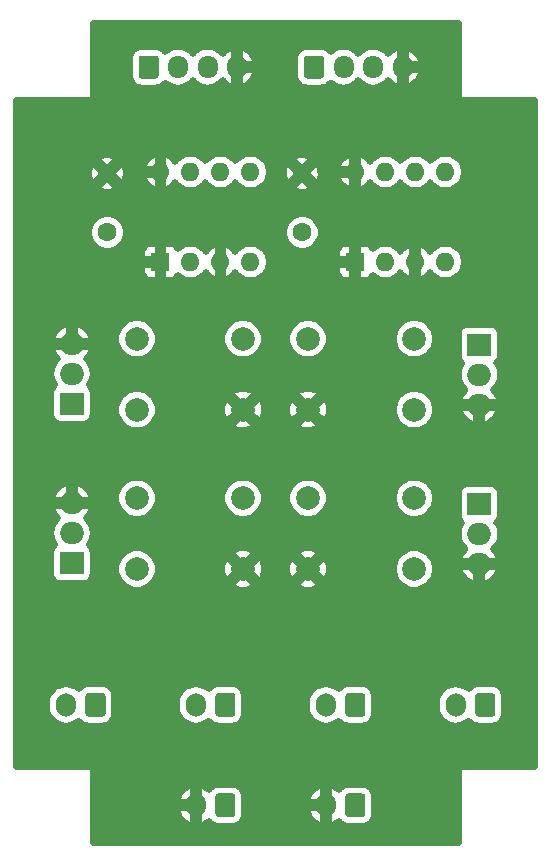
<source format=gbr>
G04 #@! TF.GenerationSoftware,KiCad,Pcbnew,(5.1.7)-1*
G04 #@! TF.CreationDate,2020-12-19T16:34:15+02:00*
G04 #@! TF.ProjectId,hp_led_switch,68705f6c-6564-45f7-9377-697463682e6b,rev?*
G04 #@! TF.SameCoordinates,Original*
G04 #@! TF.FileFunction,Copper,L2,Bot*
G04 #@! TF.FilePolarity,Positive*
%FSLAX46Y46*%
G04 Gerber Fmt 4.6, Leading zero omitted, Abs format (unit mm)*
G04 Created by KiCad (PCBNEW (5.1.7)-1) date 2020-12-19 16:34:15*
%MOMM*%
%LPD*%
G01*
G04 APERTURE LIST*
G04 #@! TA.AperFunction,ComponentPad*
%ADD10C,2.000000*%
G04 #@! TD*
G04 #@! TA.AperFunction,ComponentPad*
%ADD11C,1.600000*%
G04 #@! TD*
G04 #@! TA.AperFunction,ComponentPad*
%ADD12O,2.000000X1.905000*%
G04 #@! TD*
G04 #@! TA.AperFunction,ComponentPad*
%ADD13R,2.000000X1.905000*%
G04 #@! TD*
G04 #@! TA.AperFunction,ComponentPad*
%ADD14O,1.600000X1.600000*%
G04 #@! TD*
G04 #@! TA.AperFunction,ComponentPad*
%ADD15R,1.600000X1.600000*%
G04 #@! TD*
G04 #@! TA.AperFunction,ComponentPad*
%ADD16O,1.700000X2.000000*%
G04 #@! TD*
G04 #@! TA.AperFunction,ComponentPad*
%ADD17O,1.700000X1.950000*%
G04 #@! TD*
G04 #@! TA.AperFunction,Conductor*
%ADD18C,0.500000*%
G04 #@! TD*
G04 #@! TA.AperFunction,Conductor*
%ADD19C,0.100000*%
G04 #@! TD*
G04 APERTURE END LIST*
D10*
X144000000Y-74500000D03*
X135000000Y-74500000D03*
D11*
X149000000Y-47000000D03*
X149000000Y-52000000D03*
D10*
X158500000Y-67000000D03*
X149500000Y-67000000D03*
D11*
X132500000Y-47000000D03*
X132500000Y-52000000D03*
D12*
X164000000Y-80080000D03*
X164000000Y-77540000D03*
D13*
X164000000Y-75000000D03*
D10*
X135000000Y-67000000D03*
X144000000Y-67000000D03*
X158500000Y-80500000D03*
X149500000Y-80500000D03*
X135000000Y-80500000D03*
X144000000Y-80500000D03*
D12*
X164000000Y-66580000D03*
X164000000Y-64040000D03*
D13*
X164000000Y-61500000D03*
D12*
X129500000Y-61420000D03*
X129500000Y-63960000D03*
D13*
X129500000Y-66500000D03*
D12*
X129500000Y-74920000D03*
X129500000Y-77460000D03*
D13*
X129500000Y-80000000D03*
D14*
X137000000Y-46880000D03*
X144620000Y-54500000D03*
X139540000Y-46880000D03*
X142080000Y-54500000D03*
X142080000Y-46880000D03*
X139540000Y-54500000D03*
X144620000Y-46880000D03*
D15*
X137000000Y-54500000D03*
D14*
X153500000Y-46880000D03*
X161120000Y-54500000D03*
X156040000Y-46880000D03*
X158580000Y-54500000D03*
X158580000Y-46880000D03*
X156040000Y-54500000D03*
X161120000Y-46880000D03*
D15*
X153500000Y-54500000D03*
D16*
X151000000Y-100500000D03*
G04 #@! TA.AperFunction,ComponentPad*
G36*
G01*
X154350000Y-99750000D02*
X154350000Y-101250000D01*
G75*
G02*
X154100000Y-101500000I-250000J0D01*
G01*
X152900000Y-101500000D01*
G75*
G02*
X152650000Y-101250000I0J250000D01*
G01*
X152650000Y-99750000D01*
G75*
G02*
X152900000Y-99500000I250000J0D01*
G01*
X154100000Y-99500000D01*
G75*
G02*
X154350000Y-99750000I0J-250000D01*
G01*
G37*
G04 #@! TD.AperFunction*
G04 #@! TA.AperFunction,ComponentPad*
G36*
G01*
X165350000Y-91250000D02*
X165350000Y-92750000D01*
G75*
G02*
X165100000Y-93000000I-250000J0D01*
G01*
X163900000Y-93000000D01*
G75*
G02*
X163650000Y-92750000I0J250000D01*
G01*
X163650000Y-91250000D01*
G75*
G02*
X163900000Y-91000000I250000J0D01*
G01*
X165100000Y-91000000D01*
G75*
G02*
X165350000Y-91250000I0J-250000D01*
G01*
G37*
G04 #@! TD.AperFunction*
X162000000Y-92000000D03*
D10*
X149500000Y-74500000D03*
X158500000Y-74500000D03*
X144000000Y-61000000D03*
X135000000Y-61000000D03*
X149500000Y-61000000D03*
X158500000Y-61000000D03*
D16*
X140000000Y-100500000D03*
G04 #@! TA.AperFunction,ComponentPad*
G36*
G01*
X143350000Y-99750000D02*
X143350000Y-101250000D01*
G75*
G02*
X143100000Y-101500000I-250000J0D01*
G01*
X141900000Y-101500000D01*
G75*
G02*
X141650000Y-101250000I0J250000D01*
G01*
X141650000Y-99750000D01*
G75*
G02*
X141900000Y-99500000I250000J0D01*
G01*
X143100000Y-99500000D01*
G75*
G02*
X143350000Y-99750000I0J-250000D01*
G01*
G37*
G04 #@! TD.AperFunction*
G04 #@! TA.AperFunction,ComponentPad*
G36*
G01*
X143350000Y-91250000D02*
X143350000Y-92750000D01*
G75*
G02*
X143100000Y-93000000I-250000J0D01*
G01*
X141900000Y-93000000D01*
G75*
G02*
X141650000Y-92750000I0J250000D01*
G01*
X141650000Y-91250000D01*
G75*
G02*
X141900000Y-91000000I250000J0D01*
G01*
X143100000Y-91000000D01*
G75*
G02*
X143350000Y-91250000I0J-250000D01*
G01*
G37*
G04 #@! TD.AperFunction*
X140000000Y-92000000D03*
G04 #@! TA.AperFunction,ComponentPad*
G36*
G01*
X154350000Y-91250000D02*
X154350000Y-92750000D01*
G75*
G02*
X154100000Y-93000000I-250000J0D01*
G01*
X152900000Y-93000000D01*
G75*
G02*
X152650000Y-92750000I0J250000D01*
G01*
X152650000Y-91250000D01*
G75*
G02*
X152900000Y-91000000I250000J0D01*
G01*
X154100000Y-91000000D01*
G75*
G02*
X154350000Y-91250000I0J-250000D01*
G01*
G37*
G04 #@! TD.AperFunction*
X151000000Y-92000000D03*
G04 #@! TA.AperFunction,ComponentPad*
G36*
G01*
X132350000Y-91250000D02*
X132350000Y-92750000D01*
G75*
G02*
X132100000Y-93000000I-250000J0D01*
G01*
X130900000Y-93000000D01*
G75*
G02*
X130650000Y-92750000I0J250000D01*
G01*
X130650000Y-91250000D01*
G75*
G02*
X130900000Y-91000000I250000J0D01*
G01*
X132100000Y-91000000D01*
G75*
G02*
X132350000Y-91250000I0J-250000D01*
G01*
G37*
G04 #@! TD.AperFunction*
X129000000Y-92000000D03*
D17*
X157500000Y-38000000D03*
X155000000Y-38000000D03*
X152500000Y-38000000D03*
G04 #@! TA.AperFunction,ComponentPad*
G36*
G01*
X149150000Y-38725000D02*
X149150000Y-37275000D01*
G75*
G02*
X149400000Y-37025000I250000J0D01*
G01*
X150600000Y-37025000D01*
G75*
G02*
X150850000Y-37275000I0J-250000D01*
G01*
X150850000Y-38725000D01*
G75*
G02*
X150600000Y-38975000I-250000J0D01*
G01*
X149400000Y-38975000D01*
G75*
G02*
X149150000Y-38725000I0J250000D01*
G01*
G37*
G04 #@! TD.AperFunction*
X143500000Y-38000000D03*
X141000000Y-38000000D03*
X138500000Y-38000000D03*
G04 #@! TA.AperFunction,ComponentPad*
G36*
G01*
X135150000Y-38725000D02*
X135150000Y-37275000D01*
G75*
G02*
X135400000Y-37025000I250000J0D01*
G01*
X136600000Y-37025000D01*
G75*
G02*
X136850000Y-37275000I0J-250000D01*
G01*
X136850000Y-38725000D01*
G75*
G02*
X136600000Y-38975000I-250000J0D01*
G01*
X135400000Y-38975000D01*
G75*
G02*
X135150000Y-38725000I0J250000D01*
G01*
G37*
G04 #@! TD.AperFunction*
D18*
X162250000Y-40500000D02*
X162254804Y-40548773D01*
X162269030Y-40595671D01*
X162292133Y-40638893D01*
X162323223Y-40676777D01*
X162361107Y-40707867D01*
X162404329Y-40730970D01*
X162451227Y-40745196D01*
X162500000Y-40750000D01*
X168725000Y-40750000D01*
X168725001Y-97250000D01*
X162500000Y-97250000D01*
X162451227Y-97254804D01*
X162404329Y-97269030D01*
X162361107Y-97292133D01*
X162323223Y-97323223D01*
X162292133Y-97361107D01*
X162269030Y-97404329D01*
X162254804Y-97451227D01*
X162250000Y-97500000D01*
X162250000Y-103725000D01*
X131250000Y-103725000D01*
X131250000Y-100997839D01*
X138443074Y-100997839D01*
X138540850Y-101294897D01*
X138694700Y-101567172D01*
X138898712Y-101804200D01*
X139145046Y-101996873D01*
X139424236Y-102137786D01*
X139505857Y-102171783D01*
X139750000Y-102040200D01*
X139750000Y-100750000D01*
X138595328Y-100750000D01*
X138443074Y-100997839D01*
X131250000Y-100997839D01*
X131250000Y-100002161D01*
X138443074Y-100002161D01*
X138595328Y-100250000D01*
X139750000Y-100250000D01*
X139750000Y-98959800D01*
X140250000Y-98959800D01*
X140250000Y-100250000D01*
X140270000Y-100250000D01*
X140270000Y-100750000D01*
X140250000Y-100750000D01*
X140250000Y-102040200D01*
X140494143Y-102171783D01*
X140575764Y-102137786D01*
X140854954Y-101996873D01*
X141077807Y-101822566D01*
X141190328Y-101959672D01*
X141342414Y-102084486D01*
X141515928Y-102177231D01*
X141704202Y-102234344D01*
X141900000Y-102253628D01*
X143100000Y-102253628D01*
X143295798Y-102234344D01*
X143484072Y-102177231D01*
X143657586Y-102084486D01*
X143809672Y-101959672D01*
X143934486Y-101807586D01*
X144027231Y-101634072D01*
X144084344Y-101445798D01*
X144103628Y-101250000D01*
X144103628Y-100997839D01*
X149443074Y-100997839D01*
X149540850Y-101294897D01*
X149694700Y-101567172D01*
X149898712Y-101804200D01*
X150145046Y-101996873D01*
X150424236Y-102137786D01*
X150505857Y-102171783D01*
X150750000Y-102040200D01*
X150750000Y-100750000D01*
X149595328Y-100750000D01*
X149443074Y-100997839D01*
X144103628Y-100997839D01*
X144103628Y-100002161D01*
X149443074Y-100002161D01*
X149595328Y-100250000D01*
X150750000Y-100250000D01*
X150750000Y-98959800D01*
X151250000Y-98959800D01*
X151250000Y-100250000D01*
X151270000Y-100250000D01*
X151270000Y-100750000D01*
X151250000Y-100750000D01*
X151250000Y-102040200D01*
X151494143Y-102171783D01*
X151575764Y-102137786D01*
X151854954Y-101996873D01*
X152077807Y-101822566D01*
X152190328Y-101959672D01*
X152342414Y-102084486D01*
X152515928Y-102177231D01*
X152704202Y-102234344D01*
X152900000Y-102253628D01*
X154100000Y-102253628D01*
X154295798Y-102234344D01*
X154484072Y-102177231D01*
X154657586Y-102084486D01*
X154809672Y-101959672D01*
X154934486Y-101807586D01*
X155027231Y-101634072D01*
X155084344Y-101445798D01*
X155103628Y-101250000D01*
X155103628Y-99750000D01*
X155084344Y-99554202D01*
X155027231Y-99365928D01*
X154934486Y-99192414D01*
X154809672Y-99040328D01*
X154657586Y-98915514D01*
X154484072Y-98822769D01*
X154295798Y-98765656D01*
X154100000Y-98746372D01*
X152900000Y-98746372D01*
X152704202Y-98765656D01*
X152515928Y-98822769D01*
X152342414Y-98915514D01*
X152190328Y-99040328D01*
X152077807Y-99177434D01*
X151854954Y-99003127D01*
X151575764Y-98862214D01*
X151494143Y-98828217D01*
X151250000Y-98959800D01*
X150750000Y-98959800D01*
X150505857Y-98828217D01*
X150424236Y-98862214D01*
X150145046Y-99003127D01*
X149898712Y-99195800D01*
X149694700Y-99432828D01*
X149540850Y-99705103D01*
X149443074Y-100002161D01*
X144103628Y-100002161D01*
X144103628Y-99750000D01*
X144084344Y-99554202D01*
X144027231Y-99365928D01*
X143934486Y-99192414D01*
X143809672Y-99040328D01*
X143657586Y-98915514D01*
X143484072Y-98822769D01*
X143295798Y-98765656D01*
X143100000Y-98746372D01*
X141900000Y-98746372D01*
X141704202Y-98765656D01*
X141515928Y-98822769D01*
X141342414Y-98915514D01*
X141190328Y-99040328D01*
X141077807Y-99177434D01*
X140854954Y-99003127D01*
X140575764Y-98862214D01*
X140494143Y-98828217D01*
X140250000Y-98959800D01*
X139750000Y-98959800D01*
X139505857Y-98828217D01*
X139424236Y-98862214D01*
X139145046Y-99003127D01*
X138898712Y-99195800D01*
X138694700Y-99432828D01*
X138540850Y-99705103D01*
X138443074Y-100002161D01*
X131250000Y-100002161D01*
X131250000Y-97500000D01*
X131245196Y-97451227D01*
X131230970Y-97404329D01*
X131207867Y-97361107D01*
X131176777Y-97323223D01*
X131138893Y-97292133D01*
X131095671Y-97269030D01*
X131048773Y-97254804D01*
X131000000Y-97250000D01*
X124775000Y-97250000D01*
X124775000Y-91771403D01*
X127400000Y-91771403D01*
X127400000Y-92228596D01*
X127423151Y-92463654D01*
X127514641Y-92765255D01*
X127663212Y-93043212D01*
X127863155Y-93286845D01*
X128106787Y-93486788D01*
X128384744Y-93635359D01*
X128686345Y-93726849D01*
X129000000Y-93757741D01*
X129313654Y-93726849D01*
X129615255Y-93635359D01*
X129893212Y-93486788D01*
X130084050Y-93330172D01*
X130190328Y-93459672D01*
X130342414Y-93584486D01*
X130515928Y-93677231D01*
X130704202Y-93734344D01*
X130900000Y-93753628D01*
X132100000Y-93753628D01*
X132295798Y-93734344D01*
X132484072Y-93677231D01*
X132657586Y-93584486D01*
X132809672Y-93459672D01*
X132934486Y-93307586D01*
X133027231Y-93134072D01*
X133084344Y-92945798D01*
X133103628Y-92750000D01*
X133103628Y-91771403D01*
X138400000Y-91771403D01*
X138400000Y-92228596D01*
X138423151Y-92463654D01*
X138514641Y-92765255D01*
X138663212Y-93043212D01*
X138863155Y-93286845D01*
X139106787Y-93486788D01*
X139384744Y-93635359D01*
X139686345Y-93726849D01*
X140000000Y-93757741D01*
X140313654Y-93726849D01*
X140615255Y-93635359D01*
X140893212Y-93486788D01*
X141084050Y-93330172D01*
X141190328Y-93459672D01*
X141342414Y-93584486D01*
X141515928Y-93677231D01*
X141704202Y-93734344D01*
X141900000Y-93753628D01*
X143100000Y-93753628D01*
X143295798Y-93734344D01*
X143484072Y-93677231D01*
X143657586Y-93584486D01*
X143809672Y-93459672D01*
X143934486Y-93307586D01*
X144027231Y-93134072D01*
X144084344Y-92945798D01*
X144103628Y-92750000D01*
X144103628Y-91771403D01*
X149400000Y-91771403D01*
X149400000Y-92228596D01*
X149423151Y-92463654D01*
X149514641Y-92765255D01*
X149663212Y-93043212D01*
X149863155Y-93286845D01*
X150106787Y-93486788D01*
X150384744Y-93635359D01*
X150686345Y-93726849D01*
X151000000Y-93757741D01*
X151313654Y-93726849D01*
X151615255Y-93635359D01*
X151893212Y-93486788D01*
X152084050Y-93330172D01*
X152190328Y-93459672D01*
X152342414Y-93584486D01*
X152515928Y-93677231D01*
X152704202Y-93734344D01*
X152900000Y-93753628D01*
X154100000Y-93753628D01*
X154295798Y-93734344D01*
X154484072Y-93677231D01*
X154657586Y-93584486D01*
X154809672Y-93459672D01*
X154934486Y-93307586D01*
X155027231Y-93134072D01*
X155084344Y-92945798D01*
X155103628Y-92750000D01*
X155103628Y-91771403D01*
X160400000Y-91771403D01*
X160400000Y-92228596D01*
X160423151Y-92463654D01*
X160514641Y-92765255D01*
X160663212Y-93043212D01*
X160863155Y-93286845D01*
X161106787Y-93486788D01*
X161384744Y-93635359D01*
X161686345Y-93726849D01*
X162000000Y-93757741D01*
X162313654Y-93726849D01*
X162615255Y-93635359D01*
X162893212Y-93486788D01*
X163084050Y-93330172D01*
X163190328Y-93459672D01*
X163342414Y-93584486D01*
X163515928Y-93677231D01*
X163704202Y-93734344D01*
X163900000Y-93753628D01*
X165100000Y-93753628D01*
X165295798Y-93734344D01*
X165484072Y-93677231D01*
X165657586Y-93584486D01*
X165809672Y-93459672D01*
X165934486Y-93307586D01*
X166027231Y-93134072D01*
X166084344Y-92945798D01*
X166103628Y-92750000D01*
X166103628Y-91250000D01*
X166084344Y-91054202D01*
X166027231Y-90865928D01*
X165934486Y-90692414D01*
X165809672Y-90540328D01*
X165657586Y-90415514D01*
X165484072Y-90322769D01*
X165295798Y-90265656D01*
X165100000Y-90246372D01*
X163900000Y-90246372D01*
X163704202Y-90265656D01*
X163515928Y-90322769D01*
X163342414Y-90415514D01*
X163190328Y-90540328D01*
X163084050Y-90669828D01*
X162893213Y-90513212D01*
X162615256Y-90364641D01*
X162313655Y-90273151D01*
X162000000Y-90242259D01*
X161686346Y-90273151D01*
X161384745Y-90364641D01*
X161106788Y-90513212D01*
X160863155Y-90713155D01*
X160663212Y-90956787D01*
X160514641Y-91234744D01*
X160423151Y-91536345D01*
X160400000Y-91771403D01*
X155103628Y-91771403D01*
X155103628Y-91250000D01*
X155084344Y-91054202D01*
X155027231Y-90865928D01*
X154934486Y-90692414D01*
X154809672Y-90540328D01*
X154657586Y-90415514D01*
X154484072Y-90322769D01*
X154295798Y-90265656D01*
X154100000Y-90246372D01*
X152900000Y-90246372D01*
X152704202Y-90265656D01*
X152515928Y-90322769D01*
X152342414Y-90415514D01*
X152190328Y-90540328D01*
X152084050Y-90669828D01*
X151893213Y-90513212D01*
X151615256Y-90364641D01*
X151313655Y-90273151D01*
X151000000Y-90242259D01*
X150686346Y-90273151D01*
X150384745Y-90364641D01*
X150106788Y-90513212D01*
X149863155Y-90713155D01*
X149663212Y-90956787D01*
X149514641Y-91234744D01*
X149423151Y-91536345D01*
X149400000Y-91771403D01*
X144103628Y-91771403D01*
X144103628Y-91250000D01*
X144084344Y-91054202D01*
X144027231Y-90865928D01*
X143934486Y-90692414D01*
X143809672Y-90540328D01*
X143657586Y-90415514D01*
X143484072Y-90322769D01*
X143295798Y-90265656D01*
X143100000Y-90246372D01*
X141900000Y-90246372D01*
X141704202Y-90265656D01*
X141515928Y-90322769D01*
X141342414Y-90415514D01*
X141190328Y-90540328D01*
X141084050Y-90669828D01*
X140893213Y-90513212D01*
X140615256Y-90364641D01*
X140313655Y-90273151D01*
X140000000Y-90242259D01*
X139686346Y-90273151D01*
X139384745Y-90364641D01*
X139106788Y-90513212D01*
X138863155Y-90713155D01*
X138663212Y-90956787D01*
X138514641Y-91234744D01*
X138423151Y-91536345D01*
X138400000Y-91771403D01*
X133103628Y-91771403D01*
X133103628Y-91250000D01*
X133084344Y-91054202D01*
X133027231Y-90865928D01*
X132934486Y-90692414D01*
X132809672Y-90540328D01*
X132657586Y-90415514D01*
X132484072Y-90322769D01*
X132295798Y-90265656D01*
X132100000Y-90246372D01*
X130900000Y-90246372D01*
X130704202Y-90265656D01*
X130515928Y-90322769D01*
X130342414Y-90415514D01*
X130190328Y-90540328D01*
X130084050Y-90669828D01*
X129893213Y-90513212D01*
X129615256Y-90364641D01*
X129313655Y-90273151D01*
X129000000Y-90242259D01*
X128686346Y-90273151D01*
X128384745Y-90364641D01*
X128106788Y-90513212D01*
X127863155Y-90713155D01*
X127663212Y-90956787D01*
X127514641Y-91234744D01*
X127423151Y-91536345D01*
X127400000Y-91771403D01*
X124775000Y-91771403D01*
X124775000Y-77460000D01*
X127741763Y-77460000D01*
X127774634Y-77793748D01*
X127871985Y-78114671D01*
X128030074Y-78410435D01*
X128055816Y-78441801D01*
X127967105Y-78514605D01*
X127873381Y-78628807D01*
X127803739Y-78759099D01*
X127760853Y-78900474D01*
X127746372Y-79047500D01*
X127746372Y-80952500D01*
X127760853Y-81099526D01*
X127803739Y-81240901D01*
X127873381Y-81371193D01*
X127967105Y-81485395D01*
X128081307Y-81579119D01*
X128211599Y-81648761D01*
X128352974Y-81691647D01*
X128500000Y-81706128D01*
X130500000Y-81706128D01*
X130647026Y-81691647D01*
X130788401Y-81648761D01*
X130918693Y-81579119D01*
X131032895Y-81485395D01*
X131126619Y-81371193D01*
X131196261Y-81240901D01*
X131239147Y-81099526D01*
X131253628Y-80952500D01*
X131253628Y-80327640D01*
X133250000Y-80327640D01*
X133250000Y-80672360D01*
X133317251Y-81010456D01*
X133449170Y-81328936D01*
X133640686Y-81615560D01*
X133884440Y-81859314D01*
X134171064Y-82050830D01*
X134489544Y-82182749D01*
X134827640Y-82250000D01*
X135172360Y-82250000D01*
X135510456Y-82182749D01*
X135828936Y-82050830D01*
X136115560Y-81859314D01*
X136201411Y-81773463D01*
X143080091Y-81773463D01*
X143179152Y-82055127D01*
X143498313Y-82185385D01*
X143836755Y-82250875D01*
X144181470Y-82249080D01*
X144519212Y-82180068D01*
X144820848Y-82055127D01*
X144919909Y-81773463D01*
X148580091Y-81773463D01*
X148679152Y-82055127D01*
X148998313Y-82185385D01*
X149336755Y-82250875D01*
X149681470Y-82249080D01*
X150019212Y-82180068D01*
X150320848Y-82055127D01*
X150419909Y-81773463D01*
X149500000Y-80853553D01*
X148580091Y-81773463D01*
X144919909Y-81773463D01*
X144000000Y-80853553D01*
X143080091Y-81773463D01*
X136201411Y-81773463D01*
X136359314Y-81615560D01*
X136550830Y-81328936D01*
X136682749Y-81010456D01*
X136750000Y-80672360D01*
X136750000Y-80336755D01*
X142249125Y-80336755D01*
X142250920Y-80681470D01*
X142319932Y-81019212D01*
X142444873Y-81320848D01*
X142726537Y-81419909D01*
X143646447Y-80500000D01*
X144353553Y-80500000D01*
X145273463Y-81419909D01*
X145555127Y-81320848D01*
X145685385Y-81001687D01*
X145750875Y-80663245D01*
X145749175Y-80336755D01*
X147749125Y-80336755D01*
X147750920Y-80681470D01*
X147819932Y-81019212D01*
X147944873Y-81320848D01*
X148226537Y-81419909D01*
X149146447Y-80500000D01*
X149853553Y-80500000D01*
X150773463Y-81419909D01*
X151055127Y-81320848D01*
X151185385Y-81001687D01*
X151250875Y-80663245D01*
X151249128Y-80327640D01*
X156750000Y-80327640D01*
X156750000Y-80672360D01*
X156817251Y-81010456D01*
X156949170Y-81328936D01*
X157140686Y-81615560D01*
X157384440Y-81859314D01*
X157671064Y-82050830D01*
X157989544Y-82182749D01*
X158327640Y-82250000D01*
X158672360Y-82250000D01*
X159010456Y-82182749D01*
X159328936Y-82050830D01*
X159615560Y-81859314D01*
X159859314Y-81615560D01*
X160050830Y-81328936D01*
X160182749Y-81010456D01*
X160250000Y-80672360D01*
X160250000Y-80590365D01*
X162328297Y-80590365D01*
X162335163Y-80602620D01*
X162468198Y-80908105D01*
X162658274Y-81181766D01*
X162898086Y-81413087D01*
X163178419Y-81593178D01*
X163488499Y-81715118D01*
X163750000Y-81580073D01*
X163750000Y-80330000D01*
X164250000Y-80330000D01*
X164250000Y-81580073D01*
X164511501Y-81715118D01*
X164821581Y-81593178D01*
X165101914Y-81413087D01*
X165341726Y-81181766D01*
X165531802Y-80908105D01*
X165664837Y-80602620D01*
X165671703Y-80590365D01*
X165541731Y-80330000D01*
X164250000Y-80330000D01*
X163750000Y-80330000D01*
X162458269Y-80330000D01*
X162328297Y-80590365D01*
X160250000Y-80590365D01*
X160250000Y-80327640D01*
X160182749Y-79989544D01*
X160050830Y-79671064D01*
X159859314Y-79384440D01*
X159615560Y-79140686D01*
X159328936Y-78949170D01*
X159010456Y-78817251D01*
X158672360Y-78750000D01*
X158327640Y-78750000D01*
X157989544Y-78817251D01*
X157671064Y-78949170D01*
X157384440Y-79140686D01*
X157140686Y-79384440D01*
X156949170Y-79671064D01*
X156817251Y-79989544D01*
X156750000Y-80327640D01*
X151249128Y-80327640D01*
X151249080Y-80318530D01*
X151180068Y-79980788D01*
X151055127Y-79679152D01*
X150773463Y-79580091D01*
X149853553Y-80500000D01*
X149146447Y-80500000D01*
X148226537Y-79580091D01*
X147944873Y-79679152D01*
X147814615Y-79998313D01*
X147749125Y-80336755D01*
X145749175Y-80336755D01*
X145749080Y-80318530D01*
X145680068Y-79980788D01*
X145555127Y-79679152D01*
X145273463Y-79580091D01*
X144353553Y-80500000D01*
X143646447Y-80500000D01*
X142726537Y-79580091D01*
X142444873Y-79679152D01*
X142314615Y-79998313D01*
X142249125Y-80336755D01*
X136750000Y-80336755D01*
X136750000Y-80327640D01*
X136682749Y-79989544D01*
X136550830Y-79671064D01*
X136359314Y-79384440D01*
X136201411Y-79226537D01*
X143080091Y-79226537D01*
X144000000Y-80146447D01*
X144919909Y-79226537D01*
X148580091Y-79226537D01*
X149500000Y-80146447D01*
X150419909Y-79226537D01*
X150320848Y-78944873D01*
X150001687Y-78814615D01*
X149663245Y-78749125D01*
X149318530Y-78750920D01*
X148980788Y-78819932D01*
X148679152Y-78944873D01*
X148580091Y-79226537D01*
X144919909Y-79226537D01*
X144820848Y-78944873D01*
X144501687Y-78814615D01*
X144163245Y-78749125D01*
X143818530Y-78750920D01*
X143480788Y-78819932D01*
X143179152Y-78944873D01*
X143080091Y-79226537D01*
X136201411Y-79226537D01*
X136115560Y-79140686D01*
X135828936Y-78949170D01*
X135510456Y-78817251D01*
X135172360Y-78750000D01*
X134827640Y-78750000D01*
X134489544Y-78817251D01*
X134171064Y-78949170D01*
X133884440Y-79140686D01*
X133640686Y-79384440D01*
X133449170Y-79671064D01*
X133317251Y-79989544D01*
X133250000Y-80327640D01*
X131253628Y-80327640D01*
X131253628Y-79047500D01*
X131239147Y-78900474D01*
X131196261Y-78759099D01*
X131126619Y-78628807D01*
X131032895Y-78514605D01*
X130944184Y-78441801D01*
X130969926Y-78410435D01*
X131128015Y-78114671D01*
X131225366Y-77793748D01*
X131250357Y-77540000D01*
X162241763Y-77540000D01*
X162274634Y-77873748D01*
X162371985Y-78194671D01*
X162530074Y-78490435D01*
X162742826Y-78749674D01*
X162825167Y-78817250D01*
X162658274Y-78978234D01*
X162468198Y-79251895D01*
X162335163Y-79557380D01*
X162328297Y-79569635D01*
X162458269Y-79830000D01*
X163750000Y-79830000D01*
X163750000Y-79810000D01*
X164250000Y-79810000D01*
X164250000Y-79830000D01*
X165541731Y-79830000D01*
X165671703Y-79569635D01*
X165664837Y-79557380D01*
X165531802Y-79251895D01*
X165341726Y-78978234D01*
X165174833Y-78817250D01*
X165257174Y-78749674D01*
X165469926Y-78490435D01*
X165628015Y-78194671D01*
X165725366Y-77873748D01*
X165758237Y-77540000D01*
X165725366Y-77206252D01*
X165628015Y-76885329D01*
X165469926Y-76589565D01*
X165444184Y-76558199D01*
X165532895Y-76485395D01*
X165626619Y-76371193D01*
X165696261Y-76240901D01*
X165739147Y-76099526D01*
X165753628Y-75952500D01*
X165753628Y-74047500D01*
X165739147Y-73900474D01*
X165696261Y-73759099D01*
X165626619Y-73628807D01*
X165532895Y-73514605D01*
X165418693Y-73420881D01*
X165288401Y-73351239D01*
X165147026Y-73308353D01*
X165000000Y-73293872D01*
X163000000Y-73293872D01*
X162852974Y-73308353D01*
X162711599Y-73351239D01*
X162581307Y-73420881D01*
X162467105Y-73514605D01*
X162373381Y-73628807D01*
X162303739Y-73759099D01*
X162260853Y-73900474D01*
X162246372Y-74047500D01*
X162246372Y-75952500D01*
X162260853Y-76099526D01*
X162303739Y-76240901D01*
X162373381Y-76371193D01*
X162467105Y-76485395D01*
X162555816Y-76558199D01*
X162530074Y-76589565D01*
X162371985Y-76885329D01*
X162274634Y-77206252D01*
X162241763Y-77540000D01*
X131250357Y-77540000D01*
X131258237Y-77460000D01*
X131225366Y-77126252D01*
X131128015Y-76805329D01*
X130969926Y-76509565D01*
X130757174Y-76250326D01*
X130674833Y-76182750D01*
X130841726Y-76021766D01*
X131031802Y-75748105D01*
X131164837Y-75442620D01*
X131171703Y-75430365D01*
X131041731Y-75170000D01*
X129750000Y-75170000D01*
X129750000Y-75190000D01*
X129250000Y-75190000D01*
X129250000Y-75170000D01*
X127958269Y-75170000D01*
X127828297Y-75430365D01*
X127835163Y-75442620D01*
X127968198Y-75748105D01*
X128158274Y-76021766D01*
X128325167Y-76182750D01*
X128242826Y-76250326D01*
X128030074Y-76509565D01*
X127871985Y-76805329D01*
X127774634Y-77126252D01*
X127741763Y-77460000D01*
X124775000Y-77460000D01*
X124775000Y-74409635D01*
X127828297Y-74409635D01*
X127958269Y-74670000D01*
X129250000Y-74670000D01*
X129250000Y-73419927D01*
X129750000Y-73419927D01*
X129750000Y-74670000D01*
X131041731Y-74670000D01*
X131171703Y-74409635D01*
X131164837Y-74397380D01*
X131134467Y-74327640D01*
X133250000Y-74327640D01*
X133250000Y-74672360D01*
X133317251Y-75010456D01*
X133449170Y-75328936D01*
X133640686Y-75615560D01*
X133884440Y-75859314D01*
X134171064Y-76050830D01*
X134489544Y-76182749D01*
X134827640Y-76250000D01*
X135172360Y-76250000D01*
X135510456Y-76182749D01*
X135828936Y-76050830D01*
X136115560Y-75859314D01*
X136359314Y-75615560D01*
X136550830Y-75328936D01*
X136682749Y-75010456D01*
X136750000Y-74672360D01*
X136750000Y-74327640D01*
X142250000Y-74327640D01*
X142250000Y-74672360D01*
X142317251Y-75010456D01*
X142449170Y-75328936D01*
X142640686Y-75615560D01*
X142884440Y-75859314D01*
X143171064Y-76050830D01*
X143489544Y-76182749D01*
X143827640Y-76250000D01*
X144172360Y-76250000D01*
X144510456Y-76182749D01*
X144828936Y-76050830D01*
X145115560Y-75859314D01*
X145359314Y-75615560D01*
X145550830Y-75328936D01*
X145682749Y-75010456D01*
X145750000Y-74672360D01*
X145750000Y-74327640D01*
X147750000Y-74327640D01*
X147750000Y-74672360D01*
X147817251Y-75010456D01*
X147949170Y-75328936D01*
X148140686Y-75615560D01*
X148384440Y-75859314D01*
X148671064Y-76050830D01*
X148989544Y-76182749D01*
X149327640Y-76250000D01*
X149672360Y-76250000D01*
X150010456Y-76182749D01*
X150328936Y-76050830D01*
X150615560Y-75859314D01*
X150859314Y-75615560D01*
X151050830Y-75328936D01*
X151182749Y-75010456D01*
X151250000Y-74672360D01*
X151250000Y-74327640D01*
X156750000Y-74327640D01*
X156750000Y-74672360D01*
X156817251Y-75010456D01*
X156949170Y-75328936D01*
X157140686Y-75615560D01*
X157384440Y-75859314D01*
X157671064Y-76050830D01*
X157989544Y-76182749D01*
X158327640Y-76250000D01*
X158672360Y-76250000D01*
X159010456Y-76182749D01*
X159328936Y-76050830D01*
X159615560Y-75859314D01*
X159859314Y-75615560D01*
X160050830Y-75328936D01*
X160182749Y-75010456D01*
X160250000Y-74672360D01*
X160250000Y-74327640D01*
X160182749Y-73989544D01*
X160050830Y-73671064D01*
X159859314Y-73384440D01*
X159615560Y-73140686D01*
X159328936Y-72949170D01*
X159010456Y-72817251D01*
X158672360Y-72750000D01*
X158327640Y-72750000D01*
X157989544Y-72817251D01*
X157671064Y-72949170D01*
X157384440Y-73140686D01*
X157140686Y-73384440D01*
X156949170Y-73671064D01*
X156817251Y-73989544D01*
X156750000Y-74327640D01*
X151250000Y-74327640D01*
X151182749Y-73989544D01*
X151050830Y-73671064D01*
X150859314Y-73384440D01*
X150615560Y-73140686D01*
X150328936Y-72949170D01*
X150010456Y-72817251D01*
X149672360Y-72750000D01*
X149327640Y-72750000D01*
X148989544Y-72817251D01*
X148671064Y-72949170D01*
X148384440Y-73140686D01*
X148140686Y-73384440D01*
X147949170Y-73671064D01*
X147817251Y-73989544D01*
X147750000Y-74327640D01*
X145750000Y-74327640D01*
X145682749Y-73989544D01*
X145550830Y-73671064D01*
X145359314Y-73384440D01*
X145115560Y-73140686D01*
X144828936Y-72949170D01*
X144510456Y-72817251D01*
X144172360Y-72750000D01*
X143827640Y-72750000D01*
X143489544Y-72817251D01*
X143171064Y-72949170D01*
X142884440Y-73140686D01*
X142640686Y-73384440D01*
X142449170Y-73671064D01*
X142317251Y-73989544D01*
X142250000Y-74327640D01*
X136750000Y-74327640D01*
X136682749Y-73989544D01*
X136550830Y-73671064D01*
X136359314Y-73384440D01*
X136115560Y-73140686D01*
X135828936Y-72949170D01*
X135510456Y-72817251D01*
X135172360Y-72750000D01*
X134827640Y-72750000D01*
X134489544Y-72817251D01*
X134171064Y-72949170D01*
X133884440Y-73140686D01*
X133640686Y-73384440D01*
X133449170Y-73671064D01*
X133317251Y-73989544D01*
X133250000Y-74327640D01*
X131134467Y-74327640D01*
X131031802Y-74091895D01*
X130841726Y-73818234D01*
X130601914Y-73586913D01*
X130321581Y-73406822D01*
X130011501Y-73284882D01*
X129750000Y-73419927D01*
X129250000Y-73419927D01*
X128988499Y-73284882D01*
X128678419Y-73406822D01*
X128398086Y-73586913D01*
X128158274Y-73818234D01*
X127968198Y-74091895D01*
X127835163Y-74397380D01*
X127828297Y-74409635D01*
X124775000Y-74409635D01*
X124775000Y-63960000D01*
X127741763Y-63960000D01*
X127774634Y-64293748D01*
X127871985Y-64614671D01*
X128030074Y-64910435D01*
X128055816Y-64941801D01*
X127967105Y-65014605D01*
X127873381Y-65128807D01*
X127803739Y-65259099D01*
X127760853Y-65400474D01*
X127746372Y-65547500D01*
X127746372Y-67452500D01*
X127760853Y-67599526D01*
X127803739Y-67740901D01*
X127873381Y-67871193D01*
X127967105Y-67985395D01*
X128081307Y-68079119D01*
X128211599Y-68148761D01*
X128352974Y-68191647D01*
X128500000Y-68206128D01*
X130500000Y-68206128D01*
X130647026Y-68191647D01*
X130788401Y-68148761D01*
X130918693Y-68079119D01*
X131032895Y-67985395D01*
X131126619Y-67871193D01*
X131196261Y-67740901D01*
X131239147Y-67599526D01*
X131253628Y-67452500D01*
X131253628Y-66827640D01*
X133250000Y-66827640D01*
X133250000Y-67172360D01*
X133317251Y-67510456D01*
X133449170Y-67828936D01*
X133640686Y-68115560D01*
X133884440Y-68359314D01*
X134171064Y-68550830D01*
X134489544Y-68682749D01*
X134827640Y-68750000D01*
X135172360Y-68750000D01*
X135510456Y-68682749D01*
X135828936Y-68550830D01*
X136115560Y-68359314D01*
X136201411Y-68273463D01*
X143080091Y-68273463D01*
X143179152Y-68555127D01*
X143498313Y-68685385D01*
X143836755Y-68750875D01*
X144181470Y-68749080D01*
X144519212Y-68680068D01*
X144820848Y-68555127D01*
X144919909Y-68273463D01*
X148580091Y-68273463D01*
X148679152Y-68555127D01*
X148998313Y-68685385D01*
X149336755Y-68750875D01*
X149681470Y-68749080D01*
X150019212Y-68680068D01*
X150320848Y-68555127D01*
X150419909Y-68273463D01*
X149500000Y-67353553D01*
X148580091Y-68273463D01*
X144919909Y-68273463D01*
X144000000Y-67353553D01*
X143080091Y-68273463D01*
X136201411Y-68273463D01*
X136359314Y-68115560D01*
X136550830Y-67828936D01*
X136682749Y-67510456D01*
X136750000Y-67172360D01*
X136750000Y-66836755D01*
X142249125Y-66836755D01*
X142250920Y-67181470D01*
X142319932Y-67519212D01*
X142444873Y-67820848D01*
X142726537Y-67919909D01*
X143646447Y-67000000D01*
X144353553Y-67000000D01*
X145273463Y-67919909D01*
X145555127Y-67820848D01*
X145685385Y-67501687D01*
X145750875Y-67163245D01*
X145749175Y-66836755D01*
X147749125Y-66836755D01*
X147750920Y-67181470D01*
X147819932Y-67519212D01*
X147944873Y-67820848D01*
X148226537Y-67919909D01*
X149146447Y-67000000D01*
X149853553Y-67000000D01*
X150773463Y-67919909D01*
X151055127Y-67820848D01*
X151185385Y-67501687D01*
X151250875Y-67163245D01*
X151249128Y-66827640D01*
X156750000Y-66827640D01*
X156750000Y-67172360D01*
X156817251Y-67510456D01*
X156949170Y-67828936D01*
X157140686Y-68115560D01*
X157384440Y-68359314D01*
X157671064Y-68550830D01*
X157989544Y-68682749D01*
X158327640Y-68750000D01*
X158672360Y-68750000D01*
X159010456Y-68682749D01*
X159328936Y-68550830D01*
X159615560Y-68359314D01*
X159859314Y-68115560D01*
X160050830Y-67828936D01*
X160182749Y-67510456D01*
X160250000Y-67172360D01*
X160250000Y-67090365D01*
X162328297Y-67090365D01*
X162335163Y-67102620D01*
X162468198Y-67408105D01*
X162658274Y-67681766D01*
X162898086Y-67913087D01*
X163178419Y-68093178D01*
X163488499Y-68215118D01*
X163750000Y-68080073D01*
X163750000Y-66830000D01*
X164250000Y-66830000D01*
X164250000Y-68080073D01*
X164511501Y-68215118D01*
X164821581Y-68093178D01*
X165101914Y-67913087D01*
X165341726Y-67681766D01*
X165531802Y-67408105D01*
X165664837Y-67102620D01*
X165671703Y-67090365D01*
X165541731Y-66830000D01*
X164250000Y-66830000D01*
X163750000Y-66830000D01*
X162458269Y-66830000D01*
X162328297Y-67090365D01*
X160250000Y-67090365D01*
X160250000Y-66827640D01*
X160182749Y-66489544D01*
X160050830Y-66171064D01*
X159859314Y-65884440D01*
X159615560Y-65640686D01*
X159328936Y-65449170D01*
X159010456Y-65317251D01*
X158672360Y-65250000D01*
X158327640Y-65250000D01*
X157989544Y-65317251D01*
X157671064Y-65449170D01*
X157384440Y-65640686D01*
X157140686Y-65884440D01*
X156949170Y-66171064D01*
X156817251Y-66489544D01*
X156750000Y-66827640D01*
X151249128Y-66827640D01*
X151249080Y-66818530D01*
X151180068Y-66480788D01*
X151055127Y-66179152D01*
X150773463Y-66080091D01*
X149853553Y-67000000D01*
X149146447Y-67000000D01*
X148226537Y-66080091D01*
X147944873Y-66179152D01*
X147814615Y-66498313D01*
X147749125Y-66836755D01*
X145749175Y-66836755D01*
X145749080Y-66818530D01*
X145680068Y-66480788D01*
X145555127Y-66179152D01*
X145273463Y-66080091D01*
X144353553Y-67000000D01*
X143646447Y-67000000D01*
X142726537Y-66080091D01*
X142444873Y-66179152D01*
X142314615Y-66498313D01*
X142249125Y-66836755D01*
X136750000Y-66836755D01*
X136750000Y-66827640D01*
X136682749Y-66489544D01*
X136550830Y-66171064D01*
X136359314Y-65884440D01*
X136201411Y-65726537D01*
X143080091Y-65726537D01*
X144000000Y-66646447D01*
X144919909Y-65726537D01*
X148580091Y-65726537D01*
X149500000Y-66646447D01*
X150419909Y-65726537D01*
X150320848Y-65444873D01*
X150001687Y-65314615D01*
X149663245Y-65249125D01*
X149318530Y-65250920D01*
X148980788Y-65319932D01*
X148679152Y-65444873D01*
X148580091Y-65726537D01*
X144919909Y-65726537D01*
X144820848Y-65444873D01*
X144501687Y-65314615D01*
X144163245Y-65249125D01*
X143818530Y-65250920D01*
X143480788Y-65319932D01*
X143179152Y-65444873D01*
X143080091Y-65726537D01*
X136201411Y-65726537D01*
X136115560Y-65640686D01*
X135828936Y-65449170D01*
X135510456Y-65317251D01*
X135172360Y-65250000D01*
X134827640Y-65250000D01*
X134489544Y-65317251D01*
X134171064Y-65449170D01*
X133884440Y-65640686D01*
X133640686Y-65884440D01*
X133449170Y-66171064D01*
X133317251Y-66489544D01*
X133250000Y-66827640D01*
X131253628Y-66827640D01*
X131253628Y-65547500D01*
X131239147Y-65400474D01*
X131196261Y-65259099D01*
X131126619Y-65128807D01*
X131032895Y-65014605D01*
X130944184Y-64941801D01*
X130969926Y-64910435D01*
X131128015Y-64614671D01*
X131225366Y-64293748D01*
X131250357Y-64040000D01*
X162241763Y-64040000D01*
X162274634Y-64373748D01*
X162371985Y-64694671D01*
X162530074Y-64990435D01*
X162742826Y-65249674D01*
X162825167Y-65317250D01*
X162658274Y-65478234D01*
X162468198Y-65751895D01*
X162335163Y-66057380D01*
X162328297Y-66069635D01*
X162458269Y-66330000D01*
X163750000Y-66330000D01*
X163750000Y-66310000D01*
X164250000Y-66310000D01*
X164250000Y-66330000D01*
X165541731Y-66330000D01*
X165671703Y-66069635D01*
X165664837Y-66057380D01*
X165531802Y-65751895D01*
X165341726Y-65478234D01*
X165174833Y-65317250D01*
X165257174Y-65249674D01*
X165469926Y-64990435D01*
X165628015Y-64694671D01*
X165725366Y-64373748D01*
X165758237Y-64040000D01*
X165725366Y-63706252D01*
X165628015Y-63385329D01*
X165469926Y-63089565D01*
X165444184Y-63058199D01*
X165532895Y-62985395D01*
X165626619Y-62871193D01*
X165696261Y-62740901D01*
X165739147Y-62599526D01*
X165753628Y-62452500D01*
X165753628Y-60547500D01*
X165739147Y-60400474D01*
X165696261Y-60259099D01*
X165626619Y-60128807D01*
X165532895Y-60014605D01*
X165418693Y-59920881D01*
X165288401Y-59851239D01*
X165147026Y-59808353D01*
X165000000Y-59793872D01*
X163000000Y-59793872D01*
X162852974Y-59808353D01*
X162711599Y-59851239D01*
X162581307Y-59920881D01*
X162467105Y-60014605D01*
X162373381Y-60128807D01*
X162303739Y-60259099D01*
X162260853Y-60400474D01*
X162246372Y-60547500D01*
X162246372Y-62452500D01*
X162260853Y-62599526D01*
X162303739Y-62740901D01*
X162373381Y-62871193D01*
X162467105Y-62985395D01*
X162555816Y-63058199D01*
X162530074Y-63089565D01*
X162371985Y-63385329D01*
X162274634Y-63706252D01*
X162241763Y-64040000D01*
X131250357Y-64040000D01*
X131258237Y-63960000D01*
X131225366Y-63626252D01*
X131128015Y-63305329D01*
X130969926Y-63009565D01*
X130757174Y-62750326D01*
X130674833Y-62682750D01*
X130841726Y-62521766D01*
X131031802Y-62248105D01*
X131164837Y-61942620D01*
X131171703Y-61930365D01*
X131041731Y-61670000D01*
X129750000Y-61670000D01*
X129750000Y-61690000D01*
X129250000Y-61690000D01*
X129250000Y-61670000D01*
X127958269Y-61670000D01*
X127828297Y-61930365D01*
X127835163Y-61942620D01*
X127968198Y-62248105D01*
X128158274Y-62521766D01*
X128325167Y-62682750D01*
X128242826Y-62750326D01*
X128030074Y-63009565D01*
X127871985Y-63305329D01*
X127774634Y-63626252D01*
X127741763Y-63960000D01*
X124775000Y-63960000D01*
X124775000Y-60909635D01*
X127828297Y-60909635D01*
X127958269Y-61170000D01*
X129250000Y-61170000D01*
X129250000Y-59919927D01*
X129750000Y-59919927D01*
X129750000Y-61170000D01*
X131041731Y-61170000D01*
X131171703Y-60909635D01*
X131164837Y-60897380D01*
X131134467Y-60827640D01*
X133250000Y-60827640D01*
X133250000Y-61172360D01*
X133317251Y-61510456D01*
X133449170Y-61828936D01*
X133640686Y-62115560D01*
X133884440Y-62359314D01*
X134171064Y-62550830D01*
X134489544Y-62682749D01*
X134827640Y-62750000D01*
X135172360Y-62750000D01*
X135510456Y-62682749D01*
X135828936Y-62550830D01*
X136115560Y-62359314D01*
X136359314Y-62115560D01*
X136550830Y-61828936D01*
X136682749Y-61510456D01*
X136750000Y-61172360D01*
X136750000Y-60827640D01*
X142250000Y-60827640D01*
X142250000Y-61172360D01*
X142317251Y-61510456D01*
X142449170Y-61828936D01*
X142640686Y-62115560D01*
X142884440Y-62359314D01*
X143171064Y-62550830D01*
X143489544Y-62682749D01*
X143827640Y-62750000D01*
X144172360Y-62750000D01*
X144510456Y-62682749D01*
X144828936Y-62550830D01*
X145115560Y-62359314D01*
X145359314Y-62115560D01*
X145550830Y-61828936D01*
X145682749Y-61510456D01*
X145750000Y-61172360D01*
X145750000Y-60827640D01*
X147750000Y-60827640D01*
X147750000Y-61172360D01*
X147817251Y-61510456D01*
X147949170Y-61828936D01*
X148140686Y-62115560D01*
X148384440Y-62359314D01*
X148671064Y-62550830D01*
X148989544Y-62682749D01*
X149327640Y-62750000D01*
X149672360Y-62750000D01*
X150010456Y-62682749D01*
X150328936Y-62550830D01*
X150615560Y-62359314D01*
X150859314Y-62115560D01*
X151050830Y-61828936D01*
X151182749Y-61510456D01*
X151250000Y-61172360D01*
X151250000Y-60827640D01*
X156750000Y-60827640D01*
X156750000Y-61172360D01*
X156817251Y-61510456D01*
X156949170Y-61828936D01*
X157140686Y-62115560D01*
X157384440Y-62359314D01*
X157671064Y-62550830D01*
X157989544Y-62682749D01*
X158327640Y-62750000D01*
X158672360Y-62750000D01*
X159010456Y-62682749D01*
X159328936Y-62550830D01*
X159615560Y-62359314D01*
X159859314Y-62115560D01*
X160050830Y-61828936D01*
X160182749Y-61510456D01*
X160250000Y-61172360D01*
X160250000Y-60827640D01*
X160182749Y-60489544D01*
X160050830Y-60171064D01*
X159859314Y-59884440D01*
X159615560Y-59640686D01*
X159328936Y-59449170D01*
X159010456Y-59317251D01*
X158672360Y-59250000D01*
X158327640Y-59250000D01*
X157989544Y-59317251D01*
X157671064Y-59449170D01*
X157384440Y-59640686D01*
X157140686Y-59884440D01*
X156949170Y-60171064D01*
X156817251Y-60489544D01*
X156750000Y-60827640D01*
X151250000Y-60827640D01*
X151182749Y-60489544D01*
X151050830Y-60171064D01*
X150859314Y-59884440D01*
X150615560Y-59640686D01*
X150328936Y-59449170D01*
X150010456Y-59317251D01*
X149672360Y-59250000D01*
X149327640Y-59250000D01*
X148989544Y-59317251D01*
X148671064Y-59449170D01*
X148384440Y-59640686D01*
X148140686Y-59884440D01*
X147949170Y-60171064D01*
X147817251Y-60489544D01*
X147750000Y-60827640D01*
X145750000Y-60827640D01*
X145682749Y-60489544D01*
X145550830Y-60171064D01*
X145359314Y-59884440D01*
X145115560Y-59640686D01*
X144828936Y-59449170D01*
X144510456Y-59317251D01*
X144172360Y-59250000D01*
X143827640Y-59250000D01*
X143489544Y-59317251D01*
X143171064Y-59449170D01*
X142884440Y-59640686D01*
X142640686Y-59884440D01*
X142449170Y-60171064D01*
X142317251Y-60489544D01*
X142250000Y-60827640D01*
X136750000Y-60827640D01*
X136682749Y-60489544D01*
X136550830Y-60171064D01*
X136359314Y-59884440D01*
X136115560Y-59640686D01*
X135828936Y-59449170D01*
X135510456Y-59317251D01*
X135172360Y-59250000D01*
X134827640Y-59250000D01*
X134489544Y-59317251D01*
X134171064Y-59449170D01*
X133884440Y-59640686D01*
X133640686Y-59884440D01*
X133449170Y-60171064D01*
X133317251Y-60489544D01*
X133250000Y-60827640D01*
X131134467Y-60827640D01*
X131031802Y-60591895D01*
X130841726Y-60318234D01*
X130601914Y-60086913D01*
X130321581Y-59906822D01*
X130011501Y-59784882D01*
X129750000Y-59919927D01*
X129250000Y-59919927D01*
X128988499Y-59784882D01*
X128678419Y-59906822D01*
X128398086Y-60086913D01*
X128158274Y-60318234D01*
X127968198Y-60591895D01*
X127835163Y-60897380D01*
X127828297Y-60909635D01*
X124775000Y-60909635D01*
X124775000Y-55300000D01*
X135446371Y-55300000D01*
X135460852Y-55447026D01*
X135503738Y-55588401D01*
X135573380Y-55718694D01*
X135667104Y-55832896D01*
X135781306Y-55926620D01*
X135911599Y-55996262D01*
X136052974Y-56039148D01*
X136200000Y-56053629D01*
X136562500Y-56050000D01*
X136750000Y-55862500D01*
X136750000Y-54750000D01*
X135637500Y-54750000D01*
X135450000Y-54937500D01*
X135446371Y-55300000D01*
X124775000Y-55300000D01*
X124775000Y-53700000D01*
X135446371Y-53700000D01*
X135450000Y-54062500D01*
X135637500Y-54250000D01*
X136750000Y-54250000D01*
X136750000Y-53137500D01*
X137250000Y-53137500D01*
X137250000Y-54250000D01*
X137270000Y-54250000D01*
X137270000Y-54750000D01*
X137250000Y-54750000D01*
X137250000Y-55862500D01*
X137437500Y-56050000D01*
X137800000Y-56053629D01*
X137947026Y-56039148D01*
X138088401Y-55996262D01*
X138218694Y-55926620D01*
X138332896Y-55832896D01*
X138426620Y-55718694D01*
X138475400Y-55627432D01*
X138551932Y-55703964D01*
X138805800Y-55873592D01*
X139087882Y-55990435D01*
X139387338Y-56050000D01*
X139692662Y-56050000D01*
X139992118Y-55990435D01*
X140274200Y-55873592D01*
X140528068Y-55703964D01*
X140743964Y-55488068D01*
X140814655Y-55382271D01*
X140906328Y-55512434D01*
X141126396Y-55721952D01*
X141383110Y-55884511D01*
X141593779Y-55971764D01*
X141830000Y-55839368D01*
X141830000Y-54750000D01*
X141810000Y-54750000D01*
X141810000Y-54250000D01*
X141830000Y-54250000D01*
X141830000Y-53160632D01*
X142330000Y-53160632D01*
X142330000Y-54250000D01*
X142350000Y-54250000D01*
X142350000Y-54750000D01*
X142330000Y-54750000D01*
X142330000Y-55839368D01*
X142566221Y-55971764D01*
X142776890Y-55884511D01*
X143033604Y-55721952D01*
X143253672Y-55512434D01*
X143345345Y-55382271D01*
X143416036Y-55488068D01*
X143631932Y-55703964D01*
X143885800Y-55873592D01*
X144167882Y-55990435D01*
X144467338Y-56050000D01*
X144772662Y-56050000D01*
X145072118Y-55990435D01*
X145354200Y-55873592D01*
X145608068Y-55703964D01*
X145823964Y-55488068D01*
X145949626Y-55300000D01*
X151946371Y-55300000D01*
X151960852Y-55447026D01*
X152003738Y-55588401D01*
X152073380Y-55718694D01*
X152167104Y-55832896D01*
X152281306Y-55926620D01*
X152411599Y-55996262D01*
X152552974Y-56039148D01*
X152700000Y-56053629D01*
X153062500Y-56050000D01*
X153250000Y-55862500D01*
X153250000Y-54750000D01*
X152137500Y-54750000D01*
X151950000Y-54937500D01*
X151946371Y-55300000D01*
X145949626Y-55300000D01*
X145993592Y-55234200D01*
X146110435Y-54952118D01*
X146170000Y-54652662D01*
X146170000Y-54347338D01*
X146110435Y-54047882D01*
X145993592Y-53765800D01*
X145949627Y-53700000D01*
X151946371Y-53700000D01*
X151950000Y-54062500D01*
X152137500Y-54250000D01*
X153250000Y-54250000D01*
X153250000Y-53137500D01*
X153750000Y-53137500D01*
X153750000Y-54250000D01*
X153770000Y-54250000D01*
X153770000Y-54750000D01*
X153750000Y-54750000D01*
X153750000Y-55862500D01*
X153937500Y-56050000D01*
X154300000Y-56053629D01*
X154447026Y-56039148D01*
X154588401Y-55996262D01*
X154718694Y-55926620D01*
X154832896Y-55832896D01*
X154926620Y-55718694D01*
X154975400Y-55627432D01*
X155051932Y-55703964D01*
X155305800Y-55873592D01*
X155587882Y-55990435D01*
X155887338Y-56050000D01*
X156192662Y-56050000D01*
X156492118Y-55990435D01*
X156774200Y-55873592D01*
X157028068Y-55703964D01*
X157243964Y-55488068D01*
X157314655Y-55382271D01*
X157406328Y-55512434D01*
X157626396Y-55721952D01*
X157883110Y-55884511D01*
X158093779Y-55971764D01*
X158330000Y-55839368D01*
X158330000Y-54750000D01*
X158310000Y-54750000D01*
X158310000Y-54250000D01*
X158330000Y-54250000D01*
X158330000Y-53160632D01*
X158830000Y-53160632D01*
X158830000Y-54250000D01*
X158850000Y-54250000D01*
X158850000Y-54750000D01*
X158830000Y-54750000D01*
X158830000Y-55839368D01*
X159066221Y-55971764D01*
X159276890Y-55884511D01*
X159533604Y-55721952D01*
X159753672Y-55512434D01*
X159845345Y-55382271D01*
X159916036Y-55488068D01*
X160131932Y-55703964D01*
X160385800Y-55873592D01*
X160667882Y-55990435D01*
X160967338Y-56050000D01*
X161272662Y-56050000D01*
X161572118Y-55990435D01*
X161854200Y-55873592D01*
X162108068Y-55703964D01*
X162323964Y-55488068D01*
X162493592Y-55234200D01*
X162610435Y-54952118D01*
X162670000Y-54652662D01*
X162670000Y-54347338D01*
X162610435Y-54047882D01*
X162493592Y-53765800D01*
X162323964Y-53511932D01*
X162108068Y-53296036D01*
X161854200Y-53126408D01*
X161572118Y-53009565D01*
X161272662Y-52950000D01*
X160967338Y-52950000D01*
X160667882Y-53009565D01*
X160385800Y-53126408D01*
X160131932Y-53296036D01*
X159916036Y-53511932D01*
X159845345Y-53617729D01*
X159753672Y-53487566D01*
X159533604Y-53278048D01*
X159276890Y-53115489D01*
X159066221Y-53028236D01*
X158830000Y-53160632D01*
X158330000Y-53160632D01*
X158093779Y-53028236D01*
X157883110Y-53115489D01*
X157626396Y-53278048D01*
X157406328Y-53487566D01*
X157314655Y-53617729D01*
X157243964Y-53511932D01*
X157028068Y-53296036D01*
X156774200Y-53126408D01*
X156492118Y-53009565D01*
X156192662Y-52950000D01*
X155887338Y-52950000D01*
X155587882Y-53009565D01*
X155305800Y-53126408D01*
X155051932Y-53296036D01*
X154975400Y-53372568D01*
X154926620Y-53281306D01*
X154832896Y-53167104D01*
X154718694Y-53073380D01*
X154588401Y-53003738D01*
X154447026Y-52960852D01*
X154300000Y-52946371D01*
X153937500Y-52950000D01*
X153750000Y-53137500D01*
X153250000Y-53137500D01*
X153062500Y-52950000D01*
X152700000Y-52946371D01*
X152552974Y-52960852D01*
X152411599Y-53003738D01*
X152281306Y-53073380D01*
X152167104Y-53167104D01*
X152073380Y-53281306D01*
X152003738Y-53411599D01*
X151960852Y-53552974D01*
X151946371Y-53700000D01*
X145949627Y-53700000D01*
X145823964Y-53511932D01*
X145608068Y-53296036D01*
X145354200Y-53126408D01*
X145072118Y-53009565D01*
X144772662Y-52950000D01*
X144467338Y-52950000D01*
X144167882Y-53009565D01*
X143885800Y-53126408D01*
X143631932Y-53296036D01*
X143416036Y-53511932D01*
X143345345Y-53617729D01*
X143253672Y-53487566D01*
X143033604Y-53278048D01*
X142776890Y-53115489D01*
X142566221Y-53028236D01*
X142330000Y-53160632D01*
X141830000Y-53160632D01*
X141593779Y-53028236D01*
X141383110Y-53115489D01*
X141126396Y-53278048D01*
X140906328Y-53487566D01*
X140814655Y-53617729D01*
X140743964Y-53511932D01*
X140528068Y-53296036D01*
X140274200Y-53126408D01*
X139992118Y-53009565D01*
X139692662Y-52950000D01*
X139387338Y-52950000D01*
X139087882Y-53009565D01*
X138805800Y-53126408D01*
X138551932Y-53296036D01*
X138475400Y-53372568D01*
X138426620Y-53281306D01*
X138332896Y-53167104D01*
X138218694Y-53073380D01*
X138088401Y-53003738D01*
X137947026Y-52960852D01*
X137800000Y-52946371D01*
X137437500Y-52950000D01*
X137250000Y-53137500D01*
X136750000Y-53137500D01*
X136562500Y-52950000D01*
X136200000Y-52946371D01*
X136052974Y-52960852D01*
X135911599Y-53003738D01*
X135781306Y-53073380D01*
X135667104Y-53167104D01*
X135573380Y-53281306D01*
X135503738Y-53411599D01*
X135460852Y-53552974D01*
X135446371Y-53700000D01*
X124775000Y-53700000D01*
X124775000Y-51847338D01*
X130950000Y-51847338D01*
X130950000Y-52152662D01*
X131009565Y-52452118D01*
X131126408Y-52734200D01*
X131296036Y-52988068D01*
X131511932Y-53203964D01*
X131765800Y-53373592D01*
X132047882Y-53490435D01*
X132347338Y-53550000D01*
X132652662Y-53550000D01*
X132952118Y-53490435D01*
X133234200Y-53373592D01*
X133488068Y-53203964D01*
X133703964Y-52988068D01*
X133873592Y-52734200D01*
X133990435Y-52452118D01*
X134050000Y-52152662D01*
X134050000Y-51847338D01*
X147450000Y-51847338D01*
X147450000Y-52152662D01*
X147509565Y-52452118D01*
X147626408Y-52734200D01*
X147796036Y-52988068D01*
X148011932Y-53203964D01*
X148265800Y-53373592D01*
X148547882Y-53490435D01*
X148847338Y-53550000D01*
X149152662Y-53550000D01*
X149452118Y-53490435D01*
X149734200Y-53373592D01*
X149988068Y-53203964D01*
X150203964Y-52988068D01*
X150373592Y-52734200D01*
X150490435Y-52452118D01*
X150550000Y-52152662D01*
X150550000Y-51847338D01*
X150490435Y-51547882D01*
X150373592Y-51265800D01*
X150203964Y-51011932D01*
X149988068Y-50796036D01*
X149734200Y-50626408D01*
X149452118Y-50509565D01*
X149152662Y-50450000D01*
X148847338Y-50450000D01*
X148547882Y-50509565D01*
X148265800Y-50626408D01*
X148011932Y-50796036D01*
X147796036Y-51011932D01*
X147626408Y-51265800D01*
X147509565Y-51547882D01*
X147450000Y-51847338D01*
X134050000Y-51847338D01*
X133990435Y-51547882D01*
X133873592Y-51265800D01*
X133703964Y-51011932D01*
X133488068Y-50796036D01*
X133234200Y-50626408D01*
X132952118Y-50509565D01*
X132652662Y-50450000D01*
X132347338Y-50450000D01*
X132047882Y-50509565D01*
X131765800Y-50626408D01*
X131511932Y-50796036D01*
X131296036Y-51011932D01*
X131126408Y-51265800D01*
X131009565Y-51547882D01*
X130950000Y-51847338D01*
X124775000Y-51847338D01*
X124775000Y-48129247D01*
X131724306Y-48129247D01*
X131798649Y-48390653D01*
X132083429Y-48500758D01*
X132384216Y-48553190D01*
X132689454Y-48545935D01*
X132987411Y-48479270D01*
X133201351Y-48390653D01*
X133275694Y-48129247D01*
X132500000Y-47353553D01*
X131724306Y-48129247D01*
X124775000Y-48129247D01*
X124775000Y-46884216D01*
X130946810Y-46884216D01*
X130954065Y-47189454D01*
X131020730Y-47487411D01*
X131109347Y-47701351D01*
X131370753Y-47775694D01*
X132146447Y-47000000D01*
X132853553Y-47000000D01*
X133629247Y-47775694D01*
X133890653Y-47701351D01*
X134000758Y-47416571D01*
X134009534Y-47366222D01*
X135528227Y-47366222D01*
X135651364Y-47644008D01*
X135826328Y-47892434D01*
X136046396Y-48101952D01*
X136303110Y-48264511D01*
X136513779Y-48351764D01*
X136750000Y-48219368D01*
X136750000Y-47130000D01*
X135657785Y-47130000D01*
X135528227Y-47366222D01*
X134009534Y-47366222D01*
X134053190Y-47115784D01*
X134045935Y-46810546D01*
X133979270Y-46512589D01*
X133930057Y-46393778D01*
X135528227Y-46393778D01*
X135657785Y-46630000D01*
X136750000Y-46630000D01*
X136750000Y-45540632D01*
X137250000Y-45540632D01*
X137250000Y-46630000D01*
X137270000Y-46630000D01*
X137270000Y-47130000D01*
X137250000Y-47130000D01*
X137250000Y-48219368D01*
X137486221Y-48351764D01*
X137696890Y-48264511D01*
X137953604Y-48101952D01*
X138173672Y-47892434D01*
X138265345Y-47762271D01*
X138336036Y-47868068D01*
X138551932Y-48083964D01*
X138805800Y-48253592D01*
X139087882Y-48370435D01*
X139387338Y-48430000D01*
X139692662Y-48430000D01*
X139992118Y-48370435D01*
X140274200Y-48253592D01*
X140528068Y-48083964D01*
X140743964Y-47868068D01*
X140810000Y-47769237D01*
X140876036Y-47868068D01*
X141091932Y-48083964D01*
X141345800Y-48253592D01*
X141627882Y-48370435D01*
X141927338Y-48430000D01*
X142232662Y-48430000D01*
X142532118Y-48370435D01*
X142814200Y-48253592D01*
X143068068Y-48083964D01*
X143283964Y-47868068D01*
X143350000Y-47769237D01*
X143416036Y-47868068D01*
X143631932Y-48083964D01*
X143885800Y-48253592D01*
X144167882Y-48370435D01*
X144467338Y-48430000D01*
X144772662Y-48430000D01*
X145072118Y-48370435D01*
X145354200Y-48253592D01*
X145540296Y-48129247D01*
X148224306Y-48129247D01*
X148298649Y-48390653D01*
X148583429Y-48500758D01*
X148884216Y-48553190D01*
X149189454Y-48545935D01*
X149487411Y-48479270D01*
X149701351Y-48390653D01*
X149775694Y-48129247D01*
X149000000Y-47353553D01*
X148224306Y-48129247D01*
X145540296Y-48129247D01*
X145608068Y-48083964D01*
X145823964Y-47868068D01*
X145993592Y-47614200D01*
X146110435Y-47332118D01*
X146170000Y-47032662D01*
X146170000Y-46884216D01*
X147446810Y-46884216D01*
X147454065Y-47189454D01*
X147520730Y-47487411D01*
X147609347Y-47701351D01*
X147870753Y-47775694D01*
X148646447Y-47000000D01*
X149353553Y-47000000D01*
X150129247Y-47775694D01*
X150390653Y-47701351D01*
X150500758Y-47416571D01*
X150509534Y-47366222D01*
X152028227Y-47366222D01*
X152151364Y-47644008D01*
X152326328Y-47892434D01*
X152546396Y-48101952D01*
X152803110Y-48264511D01*
X153013779Y-48351764D01*
X153250000Y-48219368D01*
X153250000Y-47130000D01*
X152157785Y-47130000D01*
X152028227Y-47366222D01*
X150509534Y-47366222D01*
X150553190Y-47115784D01*
X150545935Y-46810546D01*
X150479270Y-46512589D01*
X150430057Y-46393778D01*
X152028227Y-46393778D01*
X152157785Y-46630000D01*
X153250000Y-46630000D01*
X153250000Y-45540632D01*
X153750000Y-45540632D01*
X153750000Y-46630000D01*
X153770000Y-46630000D01*
X153770000Y-47130000D01*
X153750000Y-47130000D01*
X153750000Y-48219368D01*
X153986221Y-48351764D01*
X154196890Y-48264511D01*
X154453604Y-48101952D01*
X154673672Y-47892434D01*
X154765345Y-47762271D01*
X154836036Y-47868068D01*
X155051932Y-48083964D01*
X155305800Y-48253592D01*
X155587882Y-48370435D01*
X155887338Y-48430000D01*
X156192662Y-48430000D01*
X156492118Y-48370435D01*
X156774200Y-48253592D01*
X157028068Y-48083964D01*
X157243964Y-47868068D01*
X157310000Y-47769237D01*
X157376036Y-47868068D01*
X157591932Y-48083964D01*
X157845800Y-48253592D01*
X158127882Y-48370435D01*
X158427338Y-48430000D01*
X158732662Y-48430000D01*
X159032118Y-48370435D01*
X159314200Y-48253592D01*
X159568068Y-48083964D01*
X159783964Y-47868068D01*
X159850000Y-47769237D01*
X159916036Y-47868068D01*
X160131932Y-48083964D01*
X160385800Y-48253592D01*
X160667882Y-48370435D01*
X160967338Y-48430000D01*
X161272662Y-48430000D01*
X161572118Y-48370435D01*
X161854200Y-48253592D01*
X162108068Y-48083964D01*
X162323964Y-47868068D01*
X162493592Y-47614200D01*
X162610435Y-47332118D01*
X162670000Y-47032662D01*
X162670000Y-46727338D01*
X162610435Y-46427882D01*
X162493592Y-46145800D01*
X162323964Y-45891932D01*
X162108068Y-45676036D01*
X161854200Y-45506408D01*
X161572118Y-45389565D01*
X161272662Y-45330000D01*
X160967338Y-45330000D01*
X160667882Y-45389565D01*
X160385800Y-45506408D01*
X160131932Y-45676036D01*
X159916036Y-45891932D01*
X159850000Y-45990763D01*
X159783964Y-45891932D01*
X159568068Y-45676036D01*
X159314200Y-45506408D01*
X159032118Y-45389565D01*
X158732662Y-45330000D01*
X158427338Y-45330000D01*
X158127882Y-45389565D01*
X157845800Y-45506408D01*
X157591932Y-45676036D01*
X157376036Y-45891932D01*
X157310000Y-45990763D01*
X157243964Y-45891932D01*
X157028068Y-45676036D01*
X156774200Y-45506408D01*
X156492118Y-45389565D01*
X156192662Y-45330000D01*
X155887338Y-45330000D01*
X155587882Y-45389565D01*
X155305800Y-45506408D01*
X155051932Y-45676036D01*
X154836036Y-45891932D01*
X154765345Y-45997729D01*
X154673672Y-45867566D01*
X154453604Y-45658048D01*
X154196890Y-45495489D01*
X153986221Y-45408236D01*
X153750000Y-45540632D01*
X153250000Y-45540632D01*
X153013779Y-45408236D01*
X152803110Y-45495489D01*
X152546396Y-45658048D01*
X152326328Y-45867566D01*
X152151364Y-46115992D01*
X152028227Y-46393778D01*
X150430057Y-46393778D01*
X150390653Y-46298649D01*
X150129247Y-46224306D01*
X149353553Y-47000000D01*
X148646447Y-47000000D01*
X147870753Y-46224306D01*
X147609347Y-46298649D01*
X147499242Y-46583429D01*
X147446810Y-46884216D01*
X146170000Y-46884216D01*
X146170000Y-46727338D01*
X146110435Y-46427882D01*
X145993592Y-46145800D01*
X145823964Y-45891932D01*
X145802785Y-45870753D01*
X148224306Y-45870753D01*
X149000000Y-46646447D01*
X149775694Y-45870753D01*
X149701351Y-45609347D01*
X149416571Y-45499242D01*
X149115784Y-45446810D01*
X148810546Y-45454065D01*
X148512589Y-45520730D01*
X148298649Y-45609347D01*
X148224306Y-45870753D01*
X145802785Y-45870753D01*
X145608068Y-45676036D01*
X145354200Y-45506408D01*
X145072118Y-45389565D01*
X144772662Y-45330000D01*
X144467338Y-45330000D01*
X144167882Y-45389565D01*
X143885800Y-45506408D01*
X143631932Y-45676036D01*
X143416036Y-45891932D01*
X143350000Y-45990763D01*
X143283964Y-45891932D01*
X143068068Y-45676036D01*
X142814200Y-45506408D01*
X142532118Y-45389565D01*
X142232662Y-45330000D01*
X141927338Y-45330000D01*
X141627882Y-45389565D01*
X141345800Y-45506408D01*
X141091932Y-45676036D01*
X140876036Y-45891932D01*
X140810000Y-45990763D01*
X140743964Y-45891932D01*
X140528068Y-45676036D01*
X140274200Y-45506408D01*
X139992118Y-45389565D01*
X139692662Y-45330000D01*
X139387338Y-45330000D01*
X139087882Y-45389565D01*
X138805800Y-45506408D01*
X138551932Y-45676036D01*
X138336036Y-45891932D01*
X138265345Y-45997729D01*
X138173672Y-45867566D01*
X137953604Y-45658048D01*
X137696890Y-45495489D01*
X137486221Y-45408236D01*
X137250000Y-45540632D01*
X136750000Y-45540632D01*
X136513779Y-45408236D01*
X136303110Y-45495489D01*
X136046396Y-45658048D01*
X135826328Y-45867566D01*
X135651364Y-46115992D01*
X135528227Y-46393778D01*
X133930057Y-46393778D01*
X133890653Y-46298649D01*
X133629247Y-46224306D01*
X132853553Y-47000000D01*
X132146447Y-47000000D01*
X131370753Y-46224306D01*
X131109347Y-46298649D01*
X130999242Y-46583429D01*
X130946810Y-46884216D01*
X124775000Y-46884216D01*
X124775000Y-45870753D01*
X131724306Y-45870753D01*
X132500000Y-46646447D01*
X133275694Y-45870753D01*
X133201351Y-45609347D01*
X132916571Y-45499242D01*
X132615784Y-45446810D01*
X132310546Y-45454065D01*
X132012589Y-45520730D01*
X131798649Y-45609347D01*
X131724306Y-45870753D01*
X124775000Y-45870753D01*
X124775000Y-40750000D01*
X131000000Y-40750000D01*
X131048773Y-40745196D01*
X131095671Y-40730970D01*
X131138893Y-40707867D01*
X131176777Y-40676777D01*
X131207867Y-40638893D01*
X131230970Y-40595671D01*
X131245196Y-40548773D01*
X131250000Y-40500000D01*
X131250000Y-37275000D01*
X134396372Y-37275000D01*
X134396372Y-38725000D01*
X134415656Y-38920798D01*
X134472769Y-39109072D01*
X134565514Y-39282586D01*
X134690328Y-39434672D01*
X134842414Y-39559486D01*
X135015928Y-39652231D01*
X135204202Y-39709344D01*
X135400000Y-39728628D01*
X136600000Y-39728628D01*
X136795798Y-39709344D01*
X136984072Y-39652231D01*
X137157586Y-39559486D01*
X137309672Y-39434672D01*
X137415950Y-39305172D01*
X137606788Y-39461788D01*
X137884745Y-39610359D01*
X138186346Y-39701849D01*
X138500000Y-39732741D01*
X138813655Y-39701849D01*
X139115256Y-39610359D01*
X139393213Y-39461788D01*
X139636845Y-39261845D01*
X139750000Y-39123965D01*
X139863155Y-39261845D01*
X140106788Y-39461788D01*
X140384745Y-39610359D01*
X140686346Y-39701849D01*
X141000000Y-39732741D01*
X141313655Y-39701849D01*
X141615256Y-39610359D01*
X141893213Y-39461788D01*
X142136845Y-39261845D01*
X142256760Y-39115728D01*
X142417124Y-39296226D01*
X142666426Y-39484980D01*
X142947762Y-39621471D01*
X143005857Y-39646783D01*
X143250000Y-39515200D01*
X143250000Y-38250000D01*
X143750000Y-38250000D01*
X143750000Y-39515200D01*
X143994143Y-39646783D01*
X144052238Y-39621471D01*
X144333574Y-39484980D01*
X144582876Y-39296226D01*
X144790564Y-39062463D01*
X144948656Y-38792673D01*
X145051077Y-38497225D01*
X144902709Y-38250000D01*
X143750000Y-38250000D01*
X143250000Y-38250000D01*
X143230000Y-38250000D01*
X143230000Y-37750000D01*
X143250000Y-37750000D01*
X143250000Y-36484800D01*
X143750000Y-36484800D01*
X143750000Y-37750000D01*
X144902709Y-37750000D01*
X145051077Y-37502775D01*
X144972116Y-37275000D01*
X148396372Y-37275000D01*
X148396372Y-38725000D01*
X148415656Y-38920798D01*
X148472769Y-39109072D01*
X148565514Y-39282586D01*
X148690328Y-39434672D01*
X148842414Y-39559486D01*
X149015928Y-39652231D01*
X149204202Y-39709344D01*
X149400000Y-39728628D01*
X150600000Y-39728628D01*
X150795798Y-39709344D01*
X150984072Y-39652231D01*
X151157586Y-39559486D01*
X151309672Y-39434672D01*
X151415950Y-39305172D01*
X151606788Y-39461788D01*
X151884745Y-39610359D01*
X152186346Y-39701849D01*
X152500000Y-39732741D01*
X152813655Y-39701849D01*
X153115256Y-39610359D01*
X153393213Y-39461788D01*
X153636845Y-39261845D01*
X153750000Y-39123965D01*
X153863155Y-39261845D01*
X154106788Y-39461788D01*
X154384745Y-39610359D01*
X154686346Y-39701849D01*
X155000000Y-39732741D01*
X155313655Y-39701849D01*
X155615256Y-39610359D01*
X155893213Y-39461788D01*
X156136845Y-39261845D01*
X156256760Y-39115728D01*
X156417124Y-39296226D01*
X156666426Y-39484980D01*
X156947762Y-39621471D01*
X157005857Y-39646783D01*
X157250000Y-39515200D01*
X157250000Y-38250000D01*
X157750000Y-38250000D01*
X157750000Y-39515200D01*
X157994143Y-39646783D01*
X158052238Y-39621471D01*
X158333574Y-39484980D01*
X158582876Y-39296226D01*
X158790564Y-39062463D01*
X158948656Y-38792673D01*
X159051077Y-38497225D01*
X158902709Y-38250000D01*
X157750000Y-38250000D01*
X157250000Y-38250000D01*
X157230000Y-38250000D01*
X157230000Y-37750000D01*
X157250000Y-37750000D01*
X157250000Y-36484800D01*
X157750000Y-36484800D01*
X157750000Y-37750000D01*
X158902709Y-37750000D01*
X159051077Y-37502775D01*
X158948656Y-37207327D01*
X158790564Y-36937537D01*
X158582876Y-36703774D01*
X158333574Y-36515020D01*
X158052238Y-36378529D01*
X157994143Y-36353217D01*
X157750000Y-36484800D01*
X157250000Y-36484800D01*
X157005857Y-36353217D01*
X156947762Y-36378529D01*
X156666426Y-36515020D01*
X156417124Y-36703774D01*
X156256760Y-36884272D01*
X156136845Y-36738155D01*
X155893212Y-36538212D01*
X155615255Y-36389641D01*
X155313654Y-36298151D01*
X155000000Y-36267259D01*
X154686345Y-36298151D01*
X154384744Y-36389641D01*
X154106787Y-36538212D01*
X153863155Y-36738155D01*
X153750000Y-36876035D01*
X153636845Y-36738155D01*
X153393212Y-36538212D01*
X153115255Y-36389641D01*
X152813654Y-36298151D01*
X152500000Y-36267259D01*
X152186345Y-36298151D01*
X151884744Y-36389641D01*
X151606787Y-36538212D01*
X151415950Y-36694828D01*
X151309672Y-36565328D01*
X151157586Y-36440514D01*
X150984072Y-36347769D01*
X150795798Y-36290656D01*
X150600000Y-36271372D01*
X149400000Y-36271372D01*
X149204202Y-36290656D01*
X149015928Y-36347769D01*
X148842414Y-36440514D01*
X148690328Y-36565328D01*
X148565514Y-36717414D01*
X148472769Y-36890928D01*
X148415656Y-37079202D01*
X148396372Y-37275000D01*
X144972116Y-37275000D01*
X144948656Y-37207327D01*
X144790564Y-36937537D01*
X144582876Y-36703774D01*
X144333574Y-36515020D01*
X144052238Y-36378529D01*
X143994143Y-36353217D01*
X143750000Y-36484800D01*
X143250000Y-36484800D01*
X143005857Y-36353217D01*
X142947762Y-36378529D01*
X142666426Y-36515020D01*
X142417124Y-36703774D01*
X142256760Y-36884272D01*
X142136845Y-36738155D01*
X141893212Y-36538212D01*
X141615255Y-36389641D01*
X141313654Y-36298151D01*
X141000000Y-36267259D01*
X140686345Y-36298151D01*
X140384744Y-36389641D01*
X140106787Y-36538212D01*
X139863155Y-36738155D01*
X139750000Y-36876035D01*
X139636845Y-36738155D01*
X139393212Y-36538212D01*
X139115255Y-36389641D01*
X138813654Y-36298151D01*
X138500000Y-36267259D01*
X138186345Y-36298151D01*
X137884744Y-36389641D01*
X137606787Y-36538212D01*
X137415950Y-36694828D01*
X137309672Y-36565328D01*
X137157586Y-36440514D01*
X136984072Y-36347769D01*
X136795798Y-36290656D01*
X136600000Y-36271372D01*
X135400000Y-36271372D01*
X135204202Y-36290656D01*
X135015928Y-36347769D01*
X134842414Y-36440514D01*
X134690328Y-36565328D01*
X134565514Y-36717414D01*
X134472769Y-36890928D01*
X134415656Y-37079202D01*
X134396372Y-37275000D01*
X131250000Y-37275000D01*
X131250000Y-34275000D01*
X162250000Y-34275000D01*
X162250000Y-40500000D01*
G04 #@! TA.AperFunction,Conductor*
D19*
G36*
X162250000Y-40500000D02*
G01*
X162254804Y-40548773D01*
X162269030Y-40595671D01*
X162292133Y-40638893D01*
X162323223Y-40676777D01*
X162361107Y-40707867D01*
X162404329Y-40730970D01*
X162451227Y-40745196D01*
X162500000Y-40750000D01*
X168725000Y-40750000D01*
X168725001Y-97250000D01*
X162500000Y-97250000D01*
X162451227Y-97254804D01*
X162404329Y-97269030D01*
X162361107Y-97292133D01*
X162323223Y-97323223D01*
X162292133Y-97361107D01*
X162269030Y-97404329D01*
X162254804Y-97451227D01*
X162250000Y-97500000D01*
X162250000Y-103725000D01*
X131250000Y-103725000D01*
X131250000Y-100997839D01*
X138443074Y-100997839D01*
X138540850Y-101294897D01*
X138694700Y-101567172D01*
X138898712Y-101804200D01*
X139145046Y-101996873D01*
X139424236Y-102137786D01*
X139505857Y-102171783D01*
X139750000Y-102040200D01*
X139750000Y-100750000D01*
X138595328Y-100750000D01*
X138443074Y-100997839D01*
X131250000Y-100997839D01*
X131250000Y-100002161D01*
X138443074Y-100002161D01*
X138595328Y-100250000D01*
X139750000Y-100250000D01*
X139750000Y-98959800D01*
X140250000Y-98959800D01*
X140250000Y-100250000D01*
X140270000Y-100250000D01*
X140270000Y-100750000D01*
X140250000Y-100750000D01*
X140250000Y-102040200D01*
X140494143Y-102171783D01*
X140575764Y-102137786D01*
X140854954Y-101996873D01*
X141077807Y-101822566D01*
X141190328Y-101959672D01*
X141342414Y-102084486D01*
X141515928Y-102177231D01*
X141704202Y-102234344D01*
X141900000Y-102253628D01*
X143100000Y-102253628D01*
X143295798Y-102234344D01*
X143484072Y-102177231D01*
X143657586Y-102084486D01*
X143809672Y-101959672D01*
X143934486Y-101807586D01*
X144027231Y-101634072D01*
X144084344Y-101445798D01*
X144103628Y-101250000D01*
X144103628Y-100997839D01*
X149443074Y-100997839D01*
X149540850Y-101294897D01*
X149694700Y-101567172D01*
X149898712Y-101804200D01*
X150145046Y-101996873D01*
X150424236Y-102137786D01*
X150505857Y-102171783D01*
X150750000Y-102040200D01*
X150750000Y-100750000D01*
X149595328Y-100750000D01*
X149443074Y-100997839D01*
X144103628Y-100997839D01*
X144103628Y-100002161D01*
X149443074Y-100002161D01*
X149595328Y-100250000D01*
X150750000Y-100250000D01*
X150750000Y-98959800D01*
X151250000Y-98959800D01*
X151250000Y-100250000D01*
X151270000Y-100250000D01*
X151270000Y-100750000D01*
X151250000Y-100750000D01*
X151250000Y-102040200D01*
X151494143Y-102171783D01*
X151575764Y-102137786D01*
X151854954Y-101996873D01*
X152077807Y-101822566D01*
X152190328Y-101959672D01*
X152342414Y-102084486D01*
X152515928Y-102177231D01*
X152704202Y-102234344D01*
X152900000Y-102253628D01*
X154100000Y-102253628D01*
X154295798Y-102234344D01*
X154484072Y-102177231D01*
X154657586Y-102084486D01*
X154809672Y-101959672D01*
X154934486Y-101807586D01*
X155027231Y-101634072D01*
X155084344Y-101445798D01*
X155103628Y-101250000D01*
X155103628Y-99750000D01*
X155084344Y-99554202D01*
X155027231Y-99365928D01*
X154934486Y-99192414D01*
X154809672Y-99040328D01*
X154657586Y-98915514D01*
X154484072Y-98822769D01*
X154295798Y-98765656D01*
X154100000Y-98746372D01*
X152900000Y-98746372D01*
X152704202Y-98765656D01*
X152515928Y-98822769D01*
X152342414Y-98915514D01*
X152190328Y-99040328D01*
X152077807Y-99177434D01*
X151854954Y-99003127D01*
X151575764Y-98862214D01*
X151494143Y-98828217D01*
X151250000Y-98959800D01*
X150750000Y-98959800D01*
X150505857Y-98828217D01*
X150424236Y-98862214D01*
X150145046Y-99003127D01*
X149898712Y-99195800D01*
X149694700Y-99432828D01*
X149540850Y-99705103D01*
X149443074Y-100002161D01*
X144103628Y-100002161D01*
X144103628Y-99750000D01*
X144084344Y-99554202D01*
X144027231Y-99365928D01*
X143934486Y-99192414D01*
X143809672Y-99040328D01*
X143657586Y-98915514D01*
X143484072Y-98822769D01*
X143295798Y-98765656D01*
X143100000Y-98746372D01*
X141900000Y-98746372D01*
X141704202Y-98765656D01*
X141515928Y-98822769D01*
X141342414Y-98915514D01*
X141190328Y-99040328D01*
X141077807Y-99177434D01*
X140854954Y-99003127D01*
X140575764Y-98862214D01*
X140494143Y-98828217D01*
X140250000Y-98959800D01*
X139750000Y-98959800D01*
X139505857Y-98828217D01*
X139424236Y-98862214D01*
X139145046Y-99003127D01*
X138898712Y-99195800D01*
X138694700Y-99432828D01*
X138540850Y-99705103D01*
X138443074Y-100002161D01*
X131250000Y-100002161D01*
X131250000Y-97500000D01*
X131245196Y-97451227D01*
X131230970Y-97404329D01*
X131207867Y-97361107D01*
X131176777Y-97323223D01*
X131138893Y-97292133D01*
X131095671Y-97269030D01*
X131048773Y-97254804D01*
X131000000Y-97250000D01*
X124775000Y-97250000D01*
X124775000Y-91771403D01*
X127400000Y-91771403D01*
X127400000Y-92228596D01*
X127423151Y-92463654D01*
X127514641Y-92765255D01*
X127663212Y-93043212D01*
X127863155Y-93286845D01*
X128106787Y-93486788D01*
X128384744Y-93635359D01*
X128686345Y-93726849D01*
X129000000Y-93757741D01*
X129313654Y-93726849D01*
X129615255Y-93635359D01*
X129893212Y-93486788D01*
X130084050Y-93330172D01*
X130190328Y-93459672D01*
X130342414Y-93584486D01*
X130515928Y-93677231D01*
X130704202Y-93734344D01*
X130900000Y-93753628D01*
X132100000Y-93753628D01*
X132295798Y-93734344D01*
X132484072Y-93677231D01*
X132657586Y-93584486D01*
X132809672Y-93459672D01*
X132934486Y-93307586D01*
X133027231Y-93134072D01*
X133084344Y-92945798D01*
X133103628Y-92750000D01*
X133103628Y-91771403D01*
X138400000Y-91771403D01*
X138400000Y-92228596D01*
X138423151Y-92463654D01*
X138514641Y-92765255D01*
X138663212Y-93043212D01*
X138863155Y-93286845D01*
X139106787Y-93486788D01*
X139384744Y-93635359D01*
X139686345Y-93726849D01*
X140000000Y-93757741D01*
X140313654Y-93726849D01*
X140615255Y-93635359D01*
X140893212Y-93486788D01*
X141084050Y-93330172D01*
X141190328Y-93459672D01*
X141342414Y-93584486D01*
X141515928Y-93677231D01*
X141704202Y-93734344D01*
X141900000Y-93753628D01*
X143100000Y-93753628D01*
X143295798Y-93734344D01*
X143484072Y-93677231D01*
X143657586Y-93584486D01*
X143809672Y-93459672D01*
X143934486Y-93307586D01*
X144027231Y-93134072D01*
X144084344Y-92945798D01*
X144103628Y-92750000D01*
X144103628Y-91771403D01*
X149400000Y-91771403D01*
X149400000Y-92228596D01*
X149423151Y-92463654D01*
X149514641Y-92765255D01*
X149663212Y-93043212D01*
X149863155Y-93286845D01*
X150106787Y-93486788D01*
X150384744Y-93635359D01*
X150686345Y-93726849D01*
X151000000Y-93757741D01*
X151313654Y-93726849D01*
X151615255Y-93635359D01*
X151893212Y-93486788D01*
X152084050Y-93330172D01*
X152190328Y-93459672D01*
X152342414Y-93584486D01*
X152515928Y-93677231D01*
X152704202Y-93734344D01*
X152900000Y-93753628D01*
X154100000Y-93753628D01*
X154295798Y-93734344D01*
X154484072Y-93677231D01*
X154657586Y-93584486D01*
X154809672Y-93459672D01*
X154934486Y-93307586D01*
X155027231Y-93134072D01*
X155084344Y-92945798D01*
X155103628Y-92750000D01*
X155103628Y-91771403D01*
X160400000Y-91771403D01*
X160400000Y-92228596D01*
X160423151Y-92463654D01*
X160514641Y-92765255D01*
X160663212Y-93043212D01*
X160863155Y-93286845D01*
X161106787Y-93486788D01*
X161384744Y-93635359D01*
X161686345Y-93726849D01*
X162000000Y-93757741D01*
X162313654Y-93726849D01*
X162615255Y-93635359D01*
X162893212Y-93486788D01*
X163084050Y-93330172D01*
X163190328Y-93459672D01*
X163342414Y-93584486D01*
X163515928Y-93677231D01*
X163704202Y-93734344D01*
X163900000Y-93753628D01*
X165100000Y-93753628D01*
X165295798Y-93734344D01*
X165484072Y-93677231D01*
X165657586Y-93584486D01*
X165809672Y-93459672D01*
X165934486Y-93307586D01*
X166027231Y-93134072D01*
X166084344Y-92945798D01*
X166103628Y-92750000D01*
X166103628Y-91250000D01*
X166084344Y-91054202D01*
X166027231Y-90865928D01*
X165934486Y-90692414D01*
X165809672Y-90540328D01*
X165657586Y-90415514D01*
X165484072Y-90322769D01*
X165295798Y-90265656D01*
X165100000Y-90246372D01*
X163900000Y-90246372D01*
X163704202Y-90265656D01*
X163515928Y-90322769D01*
X163342414Y-90415514D01*
X163190328Y-90540328D01*
X163084050Y-90669828D01*
X162893213Y-90513212D01*
X162615256Y-90364641D01*
X162313655Y-90273151D01*
X162000000Y-90242259D01*
X161686346Y-90273151D01*
X161384745Y-90364641D01*
X161106788Y-90513212D01*
X160863155Y-90713155D01*
X160663212Y-90956787D01*
X160514641Y-91234744D01*
X160423151Y-91536345D01*
X160400000Y-91771403D01*
X155103628Y-91771403D01*
X155103628Y-91250000D01*
X155084344Y-91054202D01*
X155027231Y-90865928D01*
X154934486Y-90692414D01*
X154809672Y-90540328D01*
X154657586Y-90415514D01*
X154484072Y-90322769D01*
X154295798Y-90265656D01*
X154100000Y-90246372D01*
X152900000Y-90246372D01*
X152704202Y-90265656D01*
X152515928Y-90322769D01*
X152342414Y-90415514D01*
X152190328Y-90540328D01*
X152084050Y-90669828D01*
X151893213Y-90513212D01*
X151615256Y-90364641D01*
X151313655Y-90273151D01*
X151000000Y-90242259D01*
X150686346Y-90273151D01*
X150384745Y-90364641D01*
X150106788Y-90513212D01*
X149863155Y-90713155D01*
X149663212Y-90956787D01*
X149514641Y-91234744D01*
X149423151Y-91536345D01*
X149400000Y-91771403D01*
X144103628Y-91771403D01*
X144103628Y-91250000D01*
X144084344Y-91054202D01*
X144027231Y-90865928D01*
X143934486Y-90692414D01*
X143809672Y-90540328D01*
X143657586Y-90415514D01*
X143484072Y-90322769D01*
X143295798Y-90265656D01*
X143100000Y-90246372D01*
X141900000Y-90246372D01*
X141704202Y-90265656D01*
X141515928Y-90322769D01*
X141342414Y-90415514D01*
X141190328Y-90540328D01*
X141084050Y-90669828D01*
X140893213Y-90513212D01*
X140615256Y-90364641D01*
X140313655Y-90273151D01*
X140000000Y-90242259D01*
X139686346Y-90273151D01*
X139384745Y-90364641D01*
X139106788Y-90513212D01*
X138863155Y-90713155D01*
X138663212Y-90956787D01*
X138514641Y-91234744D01*
X138423151Y-91536345D01*
X138400000Y-91771403D01*
X133103628Y-91771403D01*
X133103628Y-91250000D01*
X133084344Y-91054202D01*
X133027231Y-90865928D01*
X132934486Y-90692414D01*
X132809672Y-90540328D01*
X132657586Y-90415514D01*
X132484072Y-90322769D01*
X132295798Y-90265656D01*
X132100000Y-90246372D01*
X130900000Y-90246372D01*
X130704202Y-90265656D01*
X130515928Y-90322769D01*
X130342414Y-90415514D01*
X130190328Y-90540328D01*
X130084050Y-90669828D01*
X129893213Y-90513212D01*
X129615256Y-90364641D01*
X129313655Y-90273151D01*
X129000000Y-90242259D01*
X128686346Y-90273151D01*
X128384745Y-90364641D01*
X128106788Y-90513212D01*
X127863155Y-90713155D01*
X127663212Y-90956787D01*
X127514641Y-91234744D01*
X127423151Y-91536345D01*
X127400000Y-91771403D01*
X124775000Y-91771403D01*
X124775000Y-77460000D01*
X127741763Y-77460000D01*
X127774634Y-77793748D01*
X127871985Y-78114671D01*
X128030074Y-78410435D01*
X128055816Y-78441801D01*
X127967105Y-78514605D01*
X127873381Y-78628807D01*
X127803739Y-78759099D01*
X127760853Y-78900474D01*
X127746372Y-79047500D01*
X127746372Y-80952500D01*
X127760853Y-81099526D01*
X127803739Y-81240901D01*
X127873381Y-81371193D01*
X127967105Y-81485395D01*
X128081307Y-81579119D01*
X128211599Y-81648761D01*
X128352974Y-81691647D01*
X128500000Y-81706128D01*
X130500000Y-81706128D01*
X130647026Y-81691647D01*
X130788401Y-81648761D01*
X130918693Y-81579119D01*
X131032895Y-81485395D01*
X131126619Y-81371193D01*
X131196261Y-81240901D01*
X131239147Y-81099526D01*
X131253628Y-80952500D01*
X131253628Y-80327640D01*
X133250000Y-80327640D01*
X133250000Y-80672360D01*
X133317251Y-81010456D01*
X133449170Y-81328936D01*
X133640686Y-81615560D01*
X133884440Y-81859314D01*
X134171064Y-82050830D01*
X134489544Y-82182749D01*
X134827640Y-82250000D01*
X135172360Y-82250000D01*
X135510456Y-82182749D01*
X135828936Y-82050830D01*
X136115560Y-81859314D01*
X136201411Y-81773463D01*
X143080091Y-81773463D01*
X143179152Y-82055127D01*
X143498313Y-82185385D01*
X143836755Y-82250875D01*
X144181470Y-82249080D01*
X144519212Y-82180068D01*
X144820848Y-82055127D01*
X144919909Y-81773463D01*
X148580091Y-81773463D01*
X148679152Y-82055127D01*
X148998313Y-82185385D01*
X149336755Y-82250875D01*
X149681470Y-82249080D01*
X150019212Y-82180068D01*
X150320848Y-82055127D01*
X150419909Y-81773463D01*
X149500000Y-80853553D01*
X148580091Y-81773463D01*
X144919909Y-81773463D01*
X144000000Y-80853553D01*
X143080091Y-81773463D01*
X136201411Y-81773463D01*
X136359314Y-81615560D01*
X136550830Y-81328936D01*
X136682749Y-81010456D01*
X136750000Y-80672360D01*
X136750000Y-80336755D01*
X142249125Y-80336755D01*
X142250920Y-80681470D01*
X142319932Y-81019212D01*
X142444873Y-81320848D01*
X142726537Y-81419909D01*
X143646447Y-80500000D01*
X144353553Y-80500000D01*
X145273463Y-81419909D01*
X145555127Y-81320848D01*
X145685385Y-81001687D01*
X145750875Y-80663245D01*
X145749175Y-80336755D01*
X147749125Y-80336755D01*
X147750920Y-80681470D01*
X147819932Y-81019212D01*
X147944873Y-81320848D01*
X148226537Y-81419909D01*
X149146447Y-80500000D01*
X149853553Y-80500000D01*
X150773463Y-81419909D01*
X151055127Y-81320848D01*
X151185385Y-81001687D01*
X151250875Y-80663245D01*
X151249128Y-80327640D01*
X156750000Y-80327640D01*
X156750000Y-80672360D01*
X156817251Y-81010456D01*
X156949170Y-81328936D01*
X157140686Y-81615560D01*
X157384440Y-81859314D01*
X157671064Y-82050830D01*
X157989544Y-82182749D01*
X158327640Y-82250000D01*
X158672360Y-82250000D01*
X159010456Y-82182749D01*
X159328936Y-82050830D01*
X159615560Y-81859314D01*
X159859314Y-81615560D01*
X160050830Y-81328936D01*
X160182749Y-81010456D01*
X160250000Y-80672360D01*
X160250000Y-80590365D01*
X162328297Y-80590365D01*
X162335163Y-80602620D01*
X162468198Y-80908105D01*
X162658274Y-81181766D01*
X162898086Y-81413087D01*
X163178419Y-81593178D01*
X163488499Y-81715118D01*
X163750000Y-81580073D01*
X163750000Y-80330000D01*
X164250000Y-80330000D01*
X164250000Y-81580073D01*
X164511501Y-81715118D01*
X164821581Y-81593178D01*
X165101914Y-81413087D01*
X165341726Y-81181766D01*
X165531802Y-80908105D01*
X165664837Y-80602620D01*
X165671703Y-80590365D01*
X165541731Y-80330000D01*
X164250000Y-80330000D01*
X163750000Y-80330000D01*
X162458269Y-80330000D01*
X162328297Y-80590365D01*
X160250000Y-80590365D01*
X160250000Y-80327640D01*
X160182749Y-79989544D01*
X160050830Y-79671064D01*
X159859314Y-79384440D01*
X159615560Y-79140686D01*
X159328936Y-78949170D01*
X159010456Y-78817251D01*
X158672360Y-78750000D01*
X158327640Y-78750000D01*
X157989544Y-78817251D01*
X157671064Y-78949170D01*
X157384440Y-79140686D01*
X157140686Y-79384440D01*
X156949170Y-79671064D01*
X156817251Y-79989544D01*
X156750000Y-80327640D01*
X151249128Y-80327640D01*
X151249080Y-80318530D01*
X151180068Y-79980788D01*
X151055127Y-79679152D01*
X150773463Y-79580091D01*
X149853553Y-80500000D01*
X149146447Y-80500000D01*
X148226537Y-79580091D01*
X147944873Y-79679152D01*
X147814615Y-79998313D01*
X147749125Y-80336755D01*
X145749175Y-80336755D01*
X145749080Y-80318530D01*
X145680068Y-79980788D01*
X145555127Y-79679152D01*
X145273463Y-79580091D01*
X144353553Y-80500000D01*
X143646447Y-80500000D01*
X142726537Y-79580091D01*
X142444873Y-79679152D01*
X142314615Y-79998313D01*
X142249125Y-80336755D01*
X136750000Y-80336755D01*
X136750000Y-80327640D01*
X136682749Y-79989544D01*
X136550830Y-79671064D01*
X136359314Y-79384440D01*
X136201411Y-79226537D01*
X143080091Y-79226537D01*
X144000000Y-80146447D01*
X144919909Y-79226537D01*
X148580091Y-79226537D01*
X149500000Y-80146447D01*
X150419909Y-79226537D01*
X150320848Y-78944873D01*
X150001687Y-78814615D01*
X149663245Y-78749125D01*
X149318530Y-78750920D01*
X148980788Y-78819932D01*
X148679152Y-78944873D01*
X148580091Y-79226537D01*
X144919909Y-79226537D01*
X144820848Y-78944873D01*
X144501687Y-78814615D01*
X144163245Y-78749125D01*
X143818530Y-78750920D01*
X143480788Y-78819932D01*
X143179152Y-78944873D01*
X143080091Y-79226537D01*
X136201411Y-79226537D01*
X136115560Y-79140686D01*
X135828936Y-78949170D01*
X135510456Y-78817251D01*
X135172360Y-78750000D01*
X134827640Y-78750000D01*
X134489544Y-78817251D01*
X134171064Y-78949170D01*
X133884440Y-79140686D01*
X133640686Y-79384440D01*
X133449170Y-79671064D01*
X133317251Y-79989544D01*
X133250000Y-80327640D01*
X131253628Y-80327640D01*
X131253628Y-79047500D01*
X131239147Y-78900474D01*
X131196261Y-78759099D01*
X131126619Y-78628807D01*
X131032895Y-78514605D01*
X130944184Y-78441801D01*
X130969926Y-78410435D01*
X131128015Y-78114671D01*
X131225366Y-77793748D01*
X131250357Y-77540000D01*
X162241763Y-77540000D01*
X162274634Y-77873748D01*
X162371985Y-78194671D01*
X162530074Y-78490435D01*
X162742826Y-78749674D01*
X162825167Y-78817250D01*
X162658274Y-78978234D01*
X162468198Y-79251895D01*
X162335163Y-79557380D01*
X162328297Y-79569635D01*
X162458269Y-79830000D01*
X163750000Y-79830000D01*
X163750000Y-79810000D01*
X164250000Y-79810000D01*
X164250000Y-79830000D01*
X165541731Y-79830000D01*
X165671703Y-79569635D01*
X165664837Y-79557380D01*
X165531802Y-79251895D01*
X165341726Y-78978234D01*
X165174833Y-78817250D01*
X165257174Y-78749674D01*
X165469926Y-78490435D01*
X165628015Y-78194671D01*
X165725366Y-77873748D01*
X165758237Y-77540000D01*
X165725366Y-77206252D01*
X165628015Y-76885329D01*
X165469926Y-76589565D01*
X165444184Y-76558199D01*
X165532895Y-76485395D01*
X165626619Y-76371193D01*
X165696261Y-76240901D01*
X165739147Y-76099526D01*
X165753628Y-75952500D01*
X165753628Y-74047500D01*
X165739147Y-73900474D01*
X165696261Y-73759099D01*
X165626619Y-73628807D01*
X165532895Y-73514605D01*
X165418693Y-73420881D01*
X165288401Y-73351239D01*
X165147026Y-73308353D01*
X165000000Y-73293872D01*
X163000000Y-73293872D01*
X162852974Y-73308353D01*
X162711599Y-73351239D01*
X162581307Y-73420881D01*
X162467105Y-73514605D01*
X162373381Y-73628807D01*
X162303739Y-73759099D01*
X162260853Y-73900474D01*
X162246372Y-74047500D01*
X162246372Y-75952500D01*
X162260853Y-76099526D01*
X162303739Y-76240901D01*
X162373381Y-76371193D01*
X162467105Y-76485395D01*
X162555816Y-76558199D01*
X162530074Y-76589565D01*
X162371985Y-76885329D01*
X162274634Y-77206252D01*
X162241763Y-77540000D01*
X131250357Y-77540000D01*
X131258237Y-77460000D01*
X131225366Y-77126252D01*
X131128015Y-76805329D01*
X130969926Y-76509565D01*
X130757174Y-76250326D01*
X130674833Y-76182750D01*
X130841726Y-76021766D01*
X131031802Y-75748105D01*
X131164837Y-75442620D01*
X131171703Y-75430365D01*
X131041731Y-75170000D01*
X129750000Y-75170000D01*
X129750000Y-75190000D01*
X129250000Y-75190000D01*
X129250000Y-75170000D01*
X127958269Y-75170000D01*
X127828297Y-75430365D01*
X127835163Y-75442620D01*
X127968198Y-75748105D01*
X128158274Y-76021766D01*
X128325167Y-76182750D01*
X128242826Y-76250326D01*
X128030074Y-76509565D01*
X127871985Y-76805329D01*
X127774634Y-77126252D01*
X127741763Y-77460000D01*
X124775000Y-77460000D01*
X124775000Y-74409635D01*
X127828297Y-74409635D01*
X127958269Y-74670000D01*
X129250000Y-74670000D01*
X129250000Y-73419927D01*
X129750000Y-73419927D01*
X129750000Y-74670000D01*
X131041731Y-74670000D01*
X131171703Y-74409635D01*
X131164837Y-74397380D01*
X131134467Y-74327640D01*
X133250000Y-74327640D01*
X133250000Y-74672360D01*
X133317251Y-75010456D01*
X133449170Y-75328936D01*
X133640686Y-75615560D01*
X133884440Y-75859314D01*
X134171064Y-76050830D01*
X134489544Y-76182749D01*
X134827640Y-76250000D01*
X135172360Y-76250000D01*
X135510456Y-76182749D01*
X135828936Y-76050830D01*
X136115560Y-75859314D01*
X136359314Y-75615560D01*
X136550830Y-75328936D01*
X136682749Y-75010456D01*
X136750000Y-74672360D01*
X136750000Y-74327640D01*
X142250000Y-74327640D01*
X142250000Y-74672360D01*
X142317251Y-75010456D01*
X142449170Y-75328936D01*
X142640686Y-75615560D01*
X142884440Y-75859314D01*
X143171064Y-76050830D01*
X143489544Y-76182749D01*
X143827640Y-76250000D01*
X144172360Y-76250000D01*
X144510456Y-76182749D01*
X144828936Y-76050830D01*
X145115560Y-75859314D01*
X145359314Y-75615560D01*
X145550830Y-75328936D01*
X145682749Y-75010456D01*
X145750000Y-74672360D01*
X145750000Y-74327640D01*
X147750000Y-74327640D01*
X147750000Y-74672360D01*
X147817251Y-75010456D01*
X147949170Y-75328936D01*
X148140686Y-75615560D01*
X148384440Y-75859314D01*
X148671064Y-76050830D01*
X148989544Y-76182749D01*
X149327640Y-76250000D01*
X149672360Y-76250000D01*
X150010456Y-76182749D01*
X150328936Y-76050830D01*
X150615560Y-75859314D01*
X150859314Y-75615560D01*
X151050830Y-75328936D01*
X151182749Y-75010456D01*
X151250000Y-74672360D01*
X151250000Y-74327640D01*
X156750000Y-74327640D01*
X156750000Y-74672360D01*
X156817251Y-75010456D01*
X156949170Y-75328936D01*
X157140686Y-75615560D01*
X157384440Y-75859314D01*
X157671064Y-76050830D01*
X157989544Y-76182749D01*
X158327640Y-76250000D01*
X158672360Y-76250000D01*
X159010456Y-76182749D01*
X159328936Y-76050830D01*
X159615560Y-75859314D01*
X159859314Y-75615560D01*
X160050830Y-75328936D01*
X160182749Y-75010456D01*
X160250000Y-74672360D01*
X160250000Y-74327640D01*
X160182749Y-73989544D01*
X160050830Y-73671064D01*
X159859314Y-73384440D01*
X159615560Y-73140686D01*
X159328936Y-72949170D01*
X159010456Y-72817251D01*
X158672360Y-72750000D01*
X158327640Y-72750000D01*
X157989544Y-72817251D01*
X157671064Y-72949170D01*
X157384440Y-73140686D01*
X157140686Y-73384440D01*
X156949170Y-73671064D01*
X156817251Y-73989544D01*
X156750000Y-74327640D01*
X151250000Y-74327640D01*
X151182749Y-73989544D01*
X151050830Y-73671064D01*
X150859314Y-73384440D01*
X150615560Y-73140686D01*
X150328936Y-72949170D01*
X150010456Y-72817251D01*
X149672360Y-72750000D01*
X149327640Y-72750000D01*
X148989544Y-72817251D01*
X148671064Y-72949170D01*
X148384440Y-73140686D01*
X148140686Y-73384440D01*
X147949170Y-73671064D01*
X147817251Y-73989544D01*
X147750000Y-74327640D01*
X145750000Y-74327640D01*
X145682749Y-73989544D01*
X145550830Y-73671064D01*
X145359314Y-73384440D01*
X145115560Y-73140686D01*
X144828936Y-72949170D01*
X144510456Y-72817251D01*
X144172360Y-72750000D01*
X143827640Y-72750000D01*
X143489544Y-72817251D01*
X143171064Y-72949170D01*
X142884440Y-73140686D01*
X142640686Y-73384440D01*
X142449170Y-73671064D01*
X142317251Y-73989544D01*
X142250000Y-74327640D01*
X136750000Y-74327640D01*
X136682749Y-73989544D01*
X136550830Y-73671064D01*
X136359314Y-73384440D01*
X136115560Y-73140686D01*
X135828936Y-72949170D01*
X135510456Y-72817251D01*
X135172360Y-72750000D01*
X134827640Y-72750000D01*
X134489544Y-72817251D01*
X134171064Y-72949170D01*
X133884440Y-73140686D01*
X133640686Y-73384440D01*
X133449170Y-73671064D01*
X133317251Y-73989544D01*
X133250000Y-74327640D01*
X131134467Y-74327640D01*
X131031802Y-74091895D01*
X130841726Y-73818234D01*
X130601914Y-73586913D01*
X130321581Y-73406822D01*
X130011501Y-73284882D01*
X129750000Y-73419927D01*
X129250000Y-73419927D01*
X128988499Y-73284882D01*
X128678419Y-73406822D01*
X128398086Y-73586913D01*
X128158274Y-73818234D01*
X127968198Y-74091895D01*
X127835163Y-74397380D01*
X127828297Y-74409635D01*
X124775000Y-74409635D01*
X124775000Y-63960000D01*
X127741763Y-63960000D01*
X127774634Y-64293748D01*
X127871985Y-64614671D01*
X128030074Y-64910435D01*
X128055816Y-64941801D01*
X127967105Y-65014605D01*
X127873381Y-65128807D01*
X127803739Y-65259099D01*
X127760853Y-65400474D01*
X127746372Y-65547500D01*
X127746372Y-67452500D01*
X127760853Y-67599526D01*
X127803739Y-67740901D01*
X127873381Y-67871193D01*
X127967105Y-67985395D01*
X128081307Y-68079119D01*
X128211599Y-68148761D01*
X128352974Y-68191647D01*
X128500000Y-68206128D01*
X130500000Y-68206128D01*
X130647026Y-68191647D01*
X130788401Y-68148761D01*
X130918693Y-68079119D01*
X131032895Y-67985395D01*
X131126619Y-67871193D01*
X131196261Y-67740901D01*
X131239147Y-67599526D01*
X131253628Y-67452500D01*
X131253628Y-66827640D01*
X133250000Y-66827640D01*
X133250000Y-67172360D01*
X133317251Y-67510456D01*
X133449170Y-67828936D01*
X133640686Y-68115560D01*
X133884440Y-68359314D01*
X134171064Y-68550830D01*
X134489544Y-68682749D01*
X134827640Y-68750000D01*
X135172360Y-68750000D01*
X135510456Y-68682749D01*
X135828936Y-68550830D01*
X136115560Y-68359314D01*
X136201411Y-68273463D01*
X143080091Y-68273463D01*
X143179152Y-68555127D01*
X143498313Y-68685385D01*
X143836755Y-68750875D01*
X144181470Y-68749080D01*
X144519212Y-68680068D01*
X144820848Y-68555127D01*
X144919909Y-68273463D01*
X148580091Y-68273463D01*
X148679152Y-68555127D01*
X148998313Y-68685385D01*
X149336755Y-68750875D01*
X149681470Y-68749080D01*
X150019212Y-68680068D01*
X150320848Y-68555127D01*
X150419909Y-68273463D01*
X149500000Y-67353553D01*
X148580091Y-68273463D01*
X144919909Y-68273463D01*
X144000000Y-67353553D01*
X143080091Y-68273463D01*
X136201411Y-68273463D01*
X136359314Y-68115560D01*
X136550830Y-67828936D01*
X136682749Y-67510456D01*
X136750000Y-67172360D01*
X136750000Y-66836755D01*
X142249125Y-66836755D01*
X142250920Y-67181470D01*
X142319932Y-67519212D01*
X142444873Y-67820848D01*
X142726537Y-67919909D01*
X143646447Y-67000000D01*
X144353553Y-67000000D01*
X145273463Y-67919909D01*
X145555127Y-67820848D01*
X145685385Y-67501687D01*
X145750875Y-67163245D01*
X145749175Y-66836755D01*
X147749125Y-66836755D01*
X147750920Y-67181470D01*
X147819932Y-67519212D01*
X147944873Y-67820848D01*
X148226537Y-67919909D01*
X149146447Y-67000000D01*
X149853553Y-67000000D01*
X150773463Y-67919909D01*
X151055127Y-67820848D01*
X151185385Y-67501687D01*
X151250875Y-67163245D01*
X151249128Y-66827640D01*
X156750000Y-66827640D01*
X156750000Y-67172360D01*
X156817251Y-67510456D01*
X156949170Y-67828936D01*
X157140686Y-68115560D01*
X157384440Y-68359314D01*
X157671064Y-68550830D01*
X157989544Y-68682749D01*
X158327640Y-68750000D01*
X158672360Y-68750000D01*
X159010456Y-68682749D01*
X159328936Y-68550830D01*
X159615560Y-68359314D01*
X159859314Y-68115560D01*
X160050830Y-67828936D01*
X160182749Y-67510456D01*
X160250000Y-67172360D01*
X160250000Y-67090365D01*
X162328297Y-67090365D01*
X162335163Y-67102620D01*
X162468198Y-67408105D01*
X162658274Y-67681766D01*
X162898086Y-67913087D01*
X163178419Y-68093178D01*
X163488499Y-68215118D01*
X163750000Y-68080073D01*
X163750000Y-66830000D01*
X164250000Y-66830000D01*
X164250000Y-68080073D01*
X164511501Y-68215118D01*
X164821581Y-68093178D01*
X165101914Y-67913087D01*
X165341726Y-67681766D01*
X165531802Y-67408105D01*
X165664837Y-67102620D01*
X165671703Y-67090365D01*
X165541731Y-66830000D01*
X164250000Y-66830000D01*
X163750000Y-66830000D01*
X162458269Y-66830000D01*
X162328297Y-67090365D01*
X160250000Y-67090365D01*
X160250000Y-66827640D01*
X160182749Y-66489544D01*
X160050830Y-66171064D01*
X159859314Y-65884440D01*
X159615560Y-65640686D01*
X159328936Y-65449170D01*
X159010456Y-65317251D01*
X158672360Y-65250000D01*
X158327640Y-65250000D01*
X157989544Y-65317251D01*
X157671064Y-65449170D01*
X157384440Y-65640686D01*
X157140686Y-65884440D01*
X156949170Y-66171064D01*
X156817251Y-66489544D01*
X156750000Y-66827640D01*
X151249128Y-66827640D01*
X151249080Y-66818530D01*
X151180068Y-66480788D01*
X151055127Y-66179152D01*
X150773463Y-66080091D01*
X149853553Y-67000000D01*
X149146447Y-67000000D01*
X148226537Y-66080091D01*
X147944873Y-66179152D01*
X147814615Y-66498313D01*
X147749125Y-66836755D01*
X145749175Y-66836755D01*
X145749080Y-66818530D01*
X145680068Y-66480788D01*
X145555127Y-66179152D01*
X145273463Y-66080091D01*
X144353553Y-67000000D01*
X143646447Y-67000000D01*
X142726537Y-66080091D01*
X142444873Y-66179152D01*
X142314615Y-66498313D01*
X142249125Y-66836755D01*
X136750000Y-66836755D01*
X136750000Y-66827640D01*
X136682749Y-66489544D01*
X136550830Y-66171064D01*
X136359314Y-65884440D01*
X136201411Y-65726537D01*
X143080091Y-65726537D01*
X144000000Y-66646447D01*
X144919909Y-65726537D01*
X148580091Y-65726537D01*
X149500000Y-66646447D01*
X150419909Y-65726537D01*
X150320848Y-65444873D01*
X150001687Y-65314615D01*
X149663245Y-65249125D01*
X149318530Y-65250920D01*
X148980788Y-65319932D01*
X148679152Y-65444873D01*
X148580091Y-65726537D01*
X144919909Y-65726537D01*
X144820848Y-65444873D01*
X144501687Y-65314615D01*
X144163245Y-65249125D01*
X143818530Y-65250920D01*
X143480788Y-65319932D01*
X143179152Y-65444873D01*
X143080091Y-65726537D01*
X136201411Y-65726537D01*
X136115560Y-65640686D01*
X135828936Y-65449170D01*
X135510456Y-65317251D01*
X135172360Y-65250000D01*
X134827640Y-65250000D01*
X134489544Y-65317251D01*
X134171064Y-65449170D01*
X133884440Y-65640686D01*
X133640686Y-65884440D01*
X133449170Y-66171064D01*
X133317251Y-66489544D01*
X133250000Y-66827640D01*
X131253628Y-66827640D01*
X131253628Y-65547500D01*
X131239147Y-65400474D01*
X131196261Y-65259099D01*
X131126619Y-65128807D01*
X131032895Y-65014605D01*
X130944184Y-64941801D01*
X130969926Y-64910435D01*
X131128015Y-64614671D01*
X131225366Y-64293748D01*
X131250357Y-64040000D01*
X162241763Y-64040000D01*
X162274634Y-64373748D01*
X162371985Y-64694671D01*
X162530074Y-64990435D01*
X162742826Y-65249674D01*
X162825167Y-65317250D01*
X162658274Y-65478234D01*
X162468198Y-65751895D01*
X162335163Y-66057380D01*
X162328297Y-66069635D01*
X162458269Y-66330000D01*
X163750000Y-66330000D01*
X163750000Y-66310000D01*
X164250000Y-66310000D01*
X164250000Y-66330000D01*
X165541731Y-66330000D01*
X165671703Y-66069635D01*
X165664837Y-66057380D01*
X165531802Y-65751895D01*
X165341726Y-65478234D01*
X165174833Y-65317250D01*
X165257174Y-65249674D01*
X165469926Y-64990435D01*
X165628015Y-64694671D01*
X165725366Y-64373748D01*
X165758237Y-64040000D01*
X165725366Y-63706252D01*
X165628015Y-63385329D01*
X165469926Y-63089565D01*
X165444184Y-63058199D01*
X165532895Y-62985395D01*
X165626619Y-62871193D01*
X165696261Y-62740901D01*
X165739147Y-62599526D01*
X165753628Y-62452500D01*
X165753628Y-60547500D01*
X165739147Y-60400474D01*
X165696261Y-60259099D01*
X165626619Y-60128807D01*
X165532895Y-60014605D01*
X165418693Y-59920881D01*
X165288401Y-59851239D01*
X165147026Y-59808353D01*
X165000000Y-59793872D01*
X163000000Y-59793872D01*
X162852974Y-59808353D01*
X162711599Y-59851239D01*
X162581307Y-59920881D01*
X162467105Y-60014605D01*
X162373381Y-60128807D01*
X162303739Y-60259099D01*
X162260853Y-60400474D01*
X162246372Y-60547500D01*
X162246372Y-62452500D01*
X162260853Y-62599526D01*
X162303739Y-62740901D01*
X162373381Y-62871193D01*
X162467105Y-62985395D01*
X162555816Y-63058199D01*
X162530074Y-63089565D01*
X162371985Y-63385329D01*
X162274634Y-63706252D01*
X162241763Y-64040000D01*
X131250357Y-64040000D01*
X131258237Y-63960000D01*
X131225366Y-63626252D01*
X131128015Y-63305329D01*
X130969926Y-63009565D01*
X130757174Y-62750326D01*
X130674833Y-62682750D01*
X130841726Y-62521766D01*
X131031802Y-62248105D01*
X131164837Y-61942620D01*
X131171703Y-61930365D01*
X131041731Y-61670000D01*
X129750000Y-61670000D01*
X129750000Y-61690000D01*
X129250000Y-61690000D01*
X129250000Y-61670000D01*
X127958269Y-61670000D01*
X127828297Y-61930365D01*
X127835163Y-61942620D01*
X127968198Y-62248105D01*
X128158274Y-62521766D01*
X128325167Y-62682750D01*
X128242826Y-62750326D01*
X128030074Y-63009565D01*
X127871985Y-63305329D01*
X127774634Y-63626252D01*
X127741763Y-63960000D01*
X124775000Y-63960000D01*
X124775000Y-60909635D01*
X127828297Y-60909635D01*
X127958269Y-61170000D01*
X129250000Y-61170000D01*
X129250000Y-59919927D01*
X129750000Y-59919927D01*
X129750000Y-61170000D01*
X131041731Y-61170000D01*
X131171703Y-60909635D01*
X131164837Y-60897380D01*
X131134467Y-60827640D01*
X133250000Y-60827640D01*
X133250000Y-61172360D01*
X133317251Y-61510456D01*
X133449170Y-61828936D01*
X133640686Y-62115560D01*
X133884440Y-62359314D01*
X134171064Y-62550830D01*
X134489544Y-62682749D01*
X134827640Y-62750000D01*
X135172360Y-62750000D01*
X135510456Y-62682749D01*
X135828936Y-62550830D01*
X136115560Y-62359314D01*
X136359314Y-62115560D01*
X136550830Y-61828936D01*
X136682749Y-61510456D01*
X136750000Y-61172360D01*
X136750000Y-60827640D01*
X142250000Y-60827640D01*
X142250000Y-61172360D01*
X142317251Y-61510456D01*
X142449170Y-61828936D01*
X142640686Y-62115560D01*
X142884440Y-62359314D01*
X143171064Y-62550830D01*
X143489544Y-62682749D01*
X143827640Y-62750000D01*
X144172360Y-62750000D01*
X144510456Y-62682749D01*
X144828936Y-62550830D01*
X145115560Y-62359314D01*
X145359314Y-62115560D01*
X145550830Y-61828936D01*
X145682749Y-61510456D01*
X145750000Y-61172360D01*
X145750000Y-60827640D01*
X147750000Y-60827640D01*
X147750000Y-61172360D01*
X147817251Y-61510456D01*
X147949170Y-61828936D01*
X148140686Y-62115560D01*
X148384440Y-62359314D01*
X148671064Y-62550830D01*
X148989544Y-62682749D01*
X149327640Y-62750000D01*
X149672360Y-62750000D01*
X150010456Y-62682749D01*
X150328936Y-62550830D01*
X150615560Y-62359314D01*
X150859314Y-62115560D01*
X151050830Y-61828936D01*
X151182749Y-61510456D01*
X151250000Y-61172360D01*
X151250000Y-60827640D01*
X156750000Y-60827640D01*
X156750000Y-61172360D01*
X156817251Y-61510456D01*
X156949170Y-61828936D01*
X157140686Y-62115560D01*
X157384440Y-62359314D01*
X157671064Y-62550830D01*
X157989544Y-62682749D01*
X158327640Y-62750000D01*
X158672360Y-62750000D01*
X159010456Y-62682749D01*
X159328936Y-62550830D01*
X159615560Y-62359314D01*
X159859314Y-62115560D01*
X160050830Y-61828936D01*
X160182749Y-61510456D01*
X160250000Y-61172360D01*
X160250000Y-60827640D01*
X160182749Y-60489544D01*
X160050830Y-60171064D01*
X159859314Y-59884440D01*
X159615560Y-59640686D01*
X159328936Y-59449170D01*
X159010456Y-59317251D01*
X158672360Y-59250000D01*
X158327640Y-59250000D01*
X157989544Y-59317251D01*
X157671064Y-59449170D01*
X157384440Y-59640686D01*
X157140686Y-59884440D01*
X156949170Y-60171064D01*
X156817251Y-60489544D01*
X156750000Y-60827640D01*
X151250000Y-60827640D01*
X151182749Y-60489544D01*
X151050830Y-60171064D01*
X150859314Y-59884440D01*
X150615560Y-59640686D01*
X150328936Y-59449170D01*
X150010456Y-59317251D01*
X149672360Y-59250000D01*
X149327640Y-59250000D01*
X148989544Y-59317251D01*
X148671064Y-59449170D01*
X148384440Y-59640686D01*
X148140686Y-59884440D01*
X147949170Y-60171064D01*
X147817251Y-60489544D01*
X147750000Y-60827640D01*
X145750000Y-60827640D01*
X145682749Y-60489544D01*
X145550830Y-60171064D01*
X145359314Y-59884440D01*
X145115560Y-59640686D01*
X144828936Y-59449170D01*
X144510456Y-59317251D01*
X144172360Y-59250000D01*
X143827640Y-59250000D01*
X143489544Y-59317251D01*
X143171064Y-59449170D01*
X142884440Y-59640686D01*
X142640686Y-59884440D01*
X142449170Y-60171064D01*
X142317251Y-60489544D01*
X142250000Y-60827640D01*
X136750000Y-60827640D01*
X136682749Y-60489544D01*
X136550830Y-60171064D01*
X136359314Y-59884440D01*
X136115560Y-59640686D01*
X135828936Y-59449170D01*
X135510456Y-59317251D01*
X135172360Y-59250000D01*
X134827640Y-59250000D01*
X134489544Y-59317251D01*
X134171064Y-59449170D01*
X133884440Y-59640686D01*
X133640686Y-59884440D01*
X133449170Y-60171064D01*
X133317251Y-60489544D01*
X133250000Y-60827640D01*
X131134467Y-60827640D01*
X131031802Y-60591895D01*
X130841726Y-60318234D01*
X130601914Y-60086913D01*
X130321581Y-59906822D01*
X130011501Y-59784882D01*
X129750000Y-59919927D01*
X129250000Y-59919927D01*
X128988499Y-59784882D01*
X128678419Y-59906822D01*
X128398086Y-60086913D01*
X128158274Y-60318234D01*
X127968198Y-60591895D01*
X127835163Y-60897380D01*
X127828297Y-60909635D01*
X124775000Y-60909635D01*
X124775000Y-55300000D01*
X135446371Y-55300000D01*
X135460852Y-55447026D01*
X135503738Y-55588401D01*
X135573380Y-55718694D01*
X135667104Y-55832896D01*
X135781306Y-55926620D01*
X135911599Y-55996262D01*
X136052974Y-56039148D01*
X136200000Y-56053629D01*
X136562500Y-56050000D01*
X136750000Y-55862500D01*
X136750000Y-54750000D01*
X135637500Y-54750000D01*
X135450000Y-54937500D01*
X135446371Y-55300000D01*
X124775000Y-55300000D01*
X124775000Y-53700000D01*
X135446371Y-53700000D01*
X135450000Y-54062500D01*
X135637500Y-54250000D01*
X136750000Y-54250000D01*
X136750000Y-53137500D01*
X137250000Y-53137500D01*
X137250000Y-54250000D01*
X137270000Y-54250000D01*
X137270000Y-54750000D01*
X137250000Y-54750000D01*
X137250000Y-55862500D01*
X137437500Y-56050000D01*
X137800000Y-56053629D01*
X137947026Y-56039148D01*
X138088401Y-55996262D01*
X138218694Y-55926620D01*
X138332896Y-55832896D01*
X138426620Y-55718694D01*
X138475400Y-55627432D01*
X138551932Y-55703964D01*
X138805800Y-55873592D01*
X139087882Y-55990435D01*
X139387338Y-56050000D01*
X139692662Y-56050000D01*
X139992118Y-55990435D01*
X140274200Y-55873592D01*
X140528068Y-55703964D01*
X140743964Y-55488068D01*
X140814655Y-55382271D01*
X140906328Y-55512434D01*
X141126396Y-55721952D01*
X141383110Y-55884511D01*
X141593779Y-55971764D01*
X141830000Y-55839368D01*
X141830000Y-54750000D01*
X141810000Y-54750000D01*
X141810000Y-54250000D01*
X141830000Y-54250000D01*
X141830000Y-53160632D01*
X142330000Y-53160632D01*
X142330000Y-54250000D01*
X142350000Y-54250000D01*
X142350000Y-54750000D01*
X142330000Y-54750000D01*
X142330000Y-55839368D01*
X142566221Y-55971764D01*
X142776890Y-55884511D01*
X143033604Y-55721952D01*
X143253672Y-55512434D01*
X143345345Y-55382271D01*
X143416036Y-55488068D01*
X143631932Y-55703964D01*
X143885800Y-55873592D01*
X144167882Y-55990435D01*
X144467338Y-56050000D01*
X144772662Y-56050000D01*
X145072118Y-55990435D01*
X145354200Y-55873592D01*
X145608068Y-55703964D01*
X145823964Y-55488068D01*
X145949626Y-55300000D01*
X151946371Y-55300000D01*
X151960852Y-55447026D01*
X152003738Y-55588401D01*
X152073380Y-55718694D01*
X152167104Y-55832896D01*
X152281306Y-55926620D01*
X152411599Y-55996262D01*
X152552974Y-56039148D01*
X152700000Y-56053629D01*
X153062500Y-56050000D01*
X153250000Y-55862500D01*
X153250000Y-54750000D01*
X152137500Y-54750000D01*
X151950000Y-54937500D01*
X151946371Y-55300000D01*
X145949626Y-55300000D01*
X145993592Y-55234200D01*
X146110435Y-54952118D01*
X146170000Y-54652662D01*
X146170000Y-54347338D01*
X146110435Y-54047882D01*
X145993592Y-53765800D01*
X145949627Y-53700000D01*
X151946371Y-53700000D01*
X151950000Y-54062500D01*
X152137500Y-54250000D01*
X153250000Y-54250000D01*
X153250000Y-53137500D01*
X153750000Y-53137500D01*
X153750000Y-54250000D01*
X153770000Y-54250000D01*
X153770000Y-54750000D01*
X153750000Y-54750000D01*
X153750000Y-55862500D01*
X153937500Y-56050000D01*
X154300000Y-56053629D01*
X154447026Y-56039148D01*
X154588401Y-55996262D01*
X154718694Y-55926620D01*
X154832896Y-55832896D01*
X154926620Y-55718694D01*
X154975400Y-55627432D01*
X155051932Y-55703964D01*
X155305800Y-55873592D01*
X155587882Y-55990435D01*
X155887338Y-56050000D01*
X156192662Y-56050000D01*
X156492118Y-55990435D01*
X156774200Y-55873592D01*
X157028068Y-55703964D01*
X157243964Y-55488068D01*
X157314655Y-55382271D01*
X157406328Y-55512434D01*
X157626396Y-55721952D01*
X157883110Y-55884511D01*
X158093779Y-55971764D01*
X158330000Y-55839368D01*
X158330000Y-54750000D01*
X158310000Y-54750000D01*
X158310000Y-54250000D01*
X158330000Y-54250000D01*
X158330000Y-53160632D01*
X158830000Y-53160632D01*
X158830000Y-54250000D01*
X158850000Y-54250000D01*
X158850000Y-54750000D01*
X158830000Y-54750000D01*
X158830000Y-55839368D01*
X159066221Y-55971764D01*
X159276890Y-55884511D01*
X159533604Y-55721952D01*
X159753672Y-55512434D01*
X159845345Y-55382271D01*
X159916036Y-55488068D01*
X160131932Y-55703964D01*
X160385800Y-55873592D01*
X160667882Y-55990435D01*
X160967338Y-56050000D01*
X161272662Y-56050000D01*
X161572118Y-55990435D01*
X161854200Y-55873592D01*
X162108068Y-55703964D01*
X162323964Y-55488068D01*
X162493592Y-55234200D01*
X162610435Y-54952118D01*
X162670000Y-54652662D01*
X162670000Y-54347338D01*
X162610435Y-54047882D01*
X162493592Y-53765800D01*
X162323964Y-53511932D01*
X162108068Y-53296036D01*
X161854200Y-53126408D01*
X161572118Y-53009565D01*
X161272662Y-52950000D01*
X160967338Y-52950000D01*
X160667882Y-53009565D01*
X160385800Y-53126408D01*
X160131932Y-53296036D01*
X159916036Y-53511932D01*
X159845345Y-53617729D01*
X159753672Y-53487566D01*
X159533604Y-53278048D01*
X159276890Y-53115489D01*
X159066221Y-53028236D01*
X158830000Y-53160632D01*
X158330000Y-53160632D01*
X158093779Y-53028236D01*
X157883110Y-53115489D01*
X157626396Y-53278048D01*
X157406328Y-53487566D01*
X157314655Y-53617729D01*
X157243964Y-53511932D01*
X157028068Y-53296036D01*
X156774200Y-53126408D01*
X156492118Y-53009565D01*
X156192662Y-52950000D01*
X155887338Y-52950000D01*
X155587882Y-53009565D01*
X155305800Y-53126408D01*
X155051932Y-53296036D01*
X154975400Y-53372568D01*
X154926620Y-53281306D01*
X154832896Y-53167104D01*
X154718694Y-53073380D01*
X154588401Y-53003738D01*
X154447026Y-52960852D01*
X154300000Y-52946371D01*
X153937500Y-52950000D01*
X153750000Y-53137500D01*
X153250000Y-53137500D01*
X153062500Y-52950000D01*
X152700000Y-52946371D01*
X152552974Y-52960852D01*
X152411599Y-53003738D01*
X152281306Y-53073380D01*
X152167104Y-53167104D01*
X152073380Y-53281306D01*
X152003738Y-53411599D01*
X151960852Y-53552974D01*
X151946371Y-53700000D01*
X145949627Y-53700000D01*
X145823964Y-53511932D01*
X145608068Y-53296036D01*
X145354200Y-53126408D01*
X145072118Y-53009565D01*
X144772662Y-52950000D01*
X144467338Y-52950000D01*
X144167882Y-53009565D01*
X143885800Y-53126408D01*
X143631932Y-53296036D01*
X143416036Y-53511932D01*
X143345345Y-53617729D01*
X143253672Y-53487566D01*
X143033604Y-53278048D01*
X142776890Y-53115489D01*
X142566221Y-53028236D01*
X142330000Y-53160632D01*
X141830000Y-53160632D01*
X141593779Y-53028236D01*
X141383110Y-53115489D01*
X141126396Y-53278048D01*
X140906328Y-53487566D01*
X140814655Y-53617729D01*
X140743964Y-53511932D01*
X140528068Y-53296036D01*
X140274200Y-53126408D01*
X139992118Y-53009565D01*
X139692662Y-52950000D01*
X139387338Y-52950000D01*
X139087882Y-53009565D01*
X138805800Y-53126408D01*
X138551932Y-53296036D01*
X138475400Y-53372568D01*
X138426620Y-53281306D01*
X138332896Y-53167104D01*
X138218694Y-53073380D01*
X138088401Y-53003738D01*
X137947026Y-52960852D01*
X137800000Y-52946371D01*
X137437500Y-52950000D01*
X137250000Y-53137500D01*
X136750000Y-53137500D01*
X136562500Y-52950000D01*
X136200000Y-52946371D01*
X136052974Y-52960852D01*
X135911599Y-53003738D01*
X135781306Y-53073380D01*
X135667104Y-53167104D01*
X135573380Y-53281306D01*
X135503738Y-53411599D01*
X135460852Y-53552974D01*
X135446371Y-53700000D01*
X124775000Y-53700000D01*
X124775000Y-51847338D01*
X130950000Y-51847338D01*
X130950000Y-52152662D01*
X131009565Y-52452118D01*
X131126408Y-52734200D01*
X131296036Y-52988068D01*
X131511932Y-53203964D01*
X131765800Y-53373592D01*
X132047882Y-53490435D01*
X132347338Y-53550000D01*
X132652662Y-53550000D01*
X132952118Y-53490435D01*
X133234200Y-53373592D01*
X133488068Y-53203964D01*
X133703964Y-52988068D01*
X133873592Y-52734200D01*
X133990435Y-52452118D01*
X134050000Y-52152662D01*
X134050000Y-51847338D01*
X147450000Y-51847338D01*
X147450000Y-52152662D01*
X147509565Y-52452118D01*
X147626408Y-52734200D01*
X147796036Y-52988068D01*
X148011932Y-53203964D01*
X148265800Y-53373592D01*
X148547882Y-53490435D01*
X148847338Y-53550000D01*
X149152662Y-53550000D01*
X149452118Y-53490435D01*
X149734200Y-53373592D01*
X149988068Y-53203964D01*
X150203964Y-52988068D01*
X150373592Y-52734200D01*
X150490435Y-52452118D01*
X150550000Y-52152662D01*
X150550000Y-51847338D01*
X150490435Y-51547882D01*
X150373592Y-51265800D01*
X150203964Y-51011932D01*
X149988068Y-50796036D01*
X149734200Y-50626408D01*
X149452118Y-50509565D01*
X149152662Y-50450000D01*
X148847338Y-50450000D01*
X148547882Y-50509565D01*
X148265800Y-50626408D01*
X148011932Y-50796036D01*
X147796036Y-51011932D01*
X147626408Y-51265800D01*
X147509565Y-51547882D01*
X147450000Y-51847338D01*
X134050000Y-51847338D01*
X133990435Y-51547882D01*
X133873592Y-51265800D01*
X133703964Y-51011932D01*
X133488068Y-50796036D01*
X133234200Y-50626408D01*
X132952118Y-50509565D01*
X132652662Y-50450000D01*
X132347338Y-50450000D01*
X132047882Y-50509565D01*
X131765800Y-50626408D01*
X131511932Y-50796036D01*
X131296036Y-51011932D01*
X131126408Y-51265800D01*
X131009565Y-51547882D01*
X130950000Y-51847338D01*
X124775000Y-51847338D01*
X124775000Y-48129247D01*
X131724306Y-48129247D01*
X131798649Y-48390653D01*
X132083429Y-48500758D01*
X132384216Y-48553190D01*
X132689454Y-48545935D01*
X132987411Y-48479270D01*
X133201351Y-48390653D01*
X133275694Y-48129247D01*
X132500000Y-47353553D01*
X131724306Y-48129247D01*
X124775000Y-48129247D01*
X124775000Y-46884216D01*
X130946810Y-46884216D01*
X130954065Y-47189454D01*
X131020730Y-47487411D01*
X131109347Y-47701351D01*
X131370753Y-47775694D01*
X132146447Y-47000000D01*
X132853553Y-47000000D01*
X133629247Y-47775694D01*
X133890653Y-47701351D01*
X134000758Y-47416571D01*
X134009534Y-47366222D01*
X135528227Y-47366222D01*
X135651364Y-47644008D01*
X135826328Y-47892434D01*
X136046396Y-48101952D01*
X136303110Y-48264511D01*
X136513779Y-48351764D01*
X136750000Y-48219368D01*
X136750000Y-47130000D01*
X135657785Y-47130000D01*
X135528227Y-47366222D01*
X134009534Y-47366222D01*
X134053190Y-47115784D01*
X134045935Y-46810546D01*
X133979270Y-46512589D01*
X133930057Y-46393778D01*
X135528227Y-46393778D01*
X135657785Y-46630000D01*
X136750000Y-46630000D01*
X136750000Y-45540632D01*
X137250000Y-45540632D01*
X137250000Y-46630000D01*
X137270000Y-46630000D01*
X137270000Y-47130000D01*
X137250000Y-47130000D01*
X137250000Y-48219368D01*
X137486221Y-48351764D01*
X137696890Y-48264511D01*
X137953604Y-48101952D01*
X138173672Y-47892434D01*
X138265345Y-47762271D01*
X138336036Y-47868068D01*
X138551932Y-48083964D01*
X138805800Y-48253592D01*
X139087882Y-48370435D01*
X139387338Y-48430000D01*
X139692662Y-48430000D01*
X139992118Y-48370435D01*
X140274200Y-48253592D01*
X140528068Y-48083964D01*
X140743964Y-47868068D01*
X140810000Y-47769237D01*
X140876036Y-47868068D01*
X141091932Y-48083964D01*
X141345800Y-48253592D01*
X141627882Y-48370435D01*
X141927338Y-48430000D01*
X142232662Y-48430000D01*
X142532118Y-48370435D01*
X142814200Y-48253592D01*
X143068068Y-48083964D01*
X143283964Y-47868068D01*
X143350000Y-47769237D01*
X143416036Y-47868068D01*
X143631932Y-48083964D01*
X143885800Y-48253592D01*
X144167882Y-48370435D01*
X144467338Y-48430000D01*
X144772662Y-48430000D01*
X145072118Y-48370435D01*
X145354200Y-48253592D01*
X145540296Y-48129247D01*
X148224306Y-48129247D01*
X148298649Y-48390653D01*
X148583429Y-48500758D01*
X148884216Y-48553190D01*
X149189454Y-48545935D01*
X149487411Y-48479270D01*
X149701351Y-48390653D01*
X149775694Y-48129247D01*
X149000000Y-47353553D01*
X148224306Y-48129247D01*
X145540296Y-48129247D01*
X145608068Y-48083964D01*
X145823964Y-47868068D01*
X145993592Y-47614200D01*
X146110435Y-47332118D01*
X146170000Y-47032662D01*
X146170000Y-46884216D01*
X147446810Y-46884216D01*
X147454065Y-47189454D01*
X147520730Y-47487411D01*
X147609347Y-47701351D01*
X147870753Y-47775694D01*
X148646447Y-47000000D01*
X149353553Y-47000000D01*
X150129247Y-47775694D01*
X150390653Y-47701351D01*
X150500758Y-47416571D01*
X150509534Y-47366222D01*
X152028227Y-47366222D01*
X152151364Y-47644008D01*
X152326328Y-47892434D01*
X152546396Y-48101952D01*
X152803110Y-48264511D01*
X153013779Y-48351764D01*
X153250000Y-48219368D01*
X153250000Y-47130000D01*
X152157785Y-47130000D01*
X152028227Y-47366222D01*
X150509534Y-47366222D01*
X150553190Y-47115784D01*
X150545935Y-46810546D01*
X150479270Y-46512589D01*
X150430057Y-46393778D01*
X152028227Y-46393778D01*
X152157785Y-46630000D01*
X153250000Y-46630000D01*
X153250000Y-45540632D01*
X153750000Y-45540632D01*
X153750000Y-46630000D01*
X153770000Y-46630000D01*
X153770000Y-47130000D01*
X153750000Y-47130000D01*
X153750000Y-48219368D01*
X153986221Y-48351764D01*
X154196890Y-48264511D01*
X154453604Y-48101952D01*
X154673672Y-47892434D01*
X154765345Y-47762271D01*
X154836036Y-47868068D01*
X155051932Y-48083964D01*
X155305800Y-48253592D01*
X155587882Y-48370435D01*
X155887338Y-48430000D01*
X156192662Y-48430000D01*
X156492118Y-48370435D01*
X156774200Y-48253592D01*
X157028068Y-48083964D01*
X157243964Y-47868068D01*
X157310000Y-47769237D01*
X157376036Y-47868068D01*
X157591932Y-48083964D01*
X157845800Y-48253592D01*
X158127882Y-48370435D01*
X158427338Y-48430000D01*
X158732662Y-48430000D01*
X159032118Y-48370435D01*
X159314200Y-48253592D01*
X159568068Y-48083964D01*
X159783964Y-47868068D01*
X159850000Y-47769237D01*
X159916036Y-47868068D01*
X160131932Y-48083964D01*
X160385800Y-48253592D01*
X160667882Y-48370435D01*
X160967338Y-48430000D01*
X161272662Y-48430000D01*
X161572118Y-48370435D01*
X161854200Y-48253592D01*
X162108068Y-48083964D01*
X162323964Y-47868068D01*
X162493592Y-47614200D01*
X162610435Y-47332118D01*
X162670000Y-47032662D01*
X162670000Y-46727338D01*
X162610435Y-46427882D01*
X162493592Y-46145800D01*
X162323964Y-45891932D01*
X162108068Y-45676036D01*
X161854200Y-45506408D01*
X161572118Y-45389565D01*
X161272662Y-45330000D01*
X160967338Y-45330000D01*
X160667882Y-45389565D01*
X160385800Y-45506408D01*
X160131932Y-45676036D01*
X159916036Y-45891932D01*
X159850000Y-45990763D01*
X159783964Y-45891932D01*
X159568068Y-45676036D01*
X159314200Y-45506408D01*
X159032118Y-45389565D01*
X158732662Y-45330000D01*
X158427338Y-45330000D01*
X158127882Y-45389565D01*
X157845800Y-45506408D01*
X157591932Y-45676036D01*
X157376036Y-45891932D01*
X157310000Y-45990763D01*
X157243964Y-45891932D01*
X157028068Y-45676036D01*
X156774200Y-45506408D01*
X156492118Y-45389565D01*
X156192662Y-45330000D01*
X155887338Y-45330000D01*
X155587882Y-45389565D01*
X155305800Y-45506408D01*
X155051932Y-45676036D01*
X154836036Y-45891932D01*
X154765345Y-45997729D01*
X154673672Y-45867566D01*
X154453604Y-45658048D01*
X154196890Y-45495489D01*
X153986221Y-45408236D01*
X153750000Y-45540632D01*
X153250000Y-45540632D01*
X153013779Y-45408236D01*
X152803110Y-45495489D01*
X152546396Y-45658048D01*
X152326328Y-45867566D01*
X152151364Y-46115992D01*
X152028227Y-46393778D01*
X150430057Y-46393778D01*
X150390653Y-46298649D01*
X150129247Y-46224306D01*
X149353553Y-47000000D01*
X148646447Y-47000000D01*
X147870753Y-46224306D01*
X147609347Y-46298649D01*
X147499242Y-46583429D01*
X147446810Y-46884216D01*
X146170000Y-46884216D01*
X146170000Y-46727338D01*
X146110435Y-46427882D01*
X145993592Y-46145800D01*
X145823964Y-45891932D01*
X145802785Y-45870753D01*
X148224306Y-45870753D01*
X149000000Y-46646447D01*
X149775694Y-45870753D01*
X149701351Y-45609347D01*
X149416571Y-45499242D01*
X149115784Y-45446810D01*
X148810546Y-45454065D01*
X148512589Y-45520730D01*
X148298649Y-45609347D01*
X148224306Y-45870753D01*
X145802785Y-45870753D01*
X145608068Y-45676036D01*
X145354200Y-45506408D01*
X145072118Y-45389565D01*
X144772662Y-45330000D01*
X144467338Y-45330000D01*
X144167882Y-45389565D01*
X143885800Y-45506408D01*
X143631932Y-45676036D01*
X143416036Y-45891932D01*
X143350000Y-45990763D01*
X143283964Y-45891932D01*
X143068068Y-45676036D01*
X142814200Y-45506408D01*
X142532118Y-45389565D01*
X142232662Y-45330000D01*
X141927338Y-45330000D01*
X141627882Y-45389565D01*
X141345800Y-45506408D01*
X141091932Y-45676036D01*
X140876036Y-45891932D01*
X140810000Y-45990763D01*
X140743964Y-45891932D01*
X140528068Y-45676036D01*
X140274200Y-45506408D01*
X139992118Y-45389565D01*
X139692662Y-45330000D01*
X139387338Y-45330000D01*
X139087882Y-45389565D01*
X138805800Y-45506408D01*
X138551932Y-45676036D01*
X138336036Y-45891932D01*
X138265345Y-45997729D01*
X138173672Y-45867566D01*
X137953604Y-45658048D01*
X137696890Y-45495489D01*
X137486221Y-45408236D01*
X137250000Y-45540632D01*
X136750000Y-45540632D01*
X136513779Y-45408236D01*
X136303110Y-45495489D01*
X136046396Y-45658048D01*
X135826328Y-45867566D01*
X135651364Y-46115992D01*
X135528227Y-46393778D01*
X133930057Y-46393778D01*
X133890653Y-46298649D01*
X133629247Y-46224306D01*
X132853553Y-47000000D01*
X132146447Y-47000000D01*
X131370753Y-46224306D01*
X131109347Y-46298649D01*
X130999242Y-46583429D01*
X130946810Y-46884216D01*
X124775000Y-46884216D01*
X124775000Y-45870753D01*
X131724306Y-45870753D01*
X132500000Y-46646447D01*
X133275694Y-45870753D01*
X133201351Y-45609347D01*
X132916571Y-45499242D01*
X132615784Y-45446810D01*
X132310546Y-45454065D01*
X132012589Y-45520730D01*
X131798649Y-45609347D01*
X131724306Y-45870753D01*
X124775000Y-45870753D01*
X124775000Y-40750000D01*
X131000000Y-40750000D01*
X131048773Y-40745196D01*
X131095671Y-40730970D01*
X131138893Y-40707867D01*
X131176777Y-40676777D01*
X131207867Y-40638893D01*
X131230970Y-40595671D01*
X131245196Y-40548773D01*
X131250000Y-40500000D01*
X131250000Y-37275000D01*
X134396372Y-37275000D01*
X134396372Y-38725000D01*
X134415656Y-38920798D01*
X134472769Y-39109072D01*
X134565514Y-39282586D01*
X134690328Y-39434672D01*
X134842414Y-39559486D01*
X135015928Y-39652231D01*
X135204202Y-39709344D01*
X135400000Y-39728628D01*
X136600000Y-39728628D01*
X136795798Y-39709344D01*
X136984072Y-39652231D01*
X137157586Y-39559486D01*
X137309672Y-39434672D01*
X137415950Y-39305172D01*
X137606788Y-39461788D01*
X137884745Y-39610359D01*
X138186346Y-39701849D01*
X138500000Y-39732741D01*
X138813655Y-39701849D01*
X139115256Y-39610359D01*
X139393213Y-39461788D01*
X139636845Y-39261845D01*
X139750000Y-39123965D01*
X139863155Y-39261845D01*
X140106788Y-39461788D01*
X140384745Y-39610359D01*
X140686346Y-39701849D01*
X141000000Y-39732741D01*
X141313655Y-39701849D01*
X141615256Y-39610359D01*
X141893213Y-39461788D01*
X142136845Y-39261845D01*
X142256760Y-39115728D01*
X142417124Y-39296226D01*
X142666426Y-39484980D01*
X142947762Y-39621471D01*
X143005857Y-39646783D01*
X143250000Y-39515200D01*
X143250000Y-38250000D01*
X143750000Y-38250000D01*
X143750000Y-39515200D01*
X143994143Y-39646783D01*
X144052238Y-39621471D01*
X144333574Y-39484980D01*
X144582876Y-39296226D01*
X144790564Y-39062463D01*
X144948656Y-38792673D01*
X145051077Y-38497225D01*
X144902709Y-38250000D01*
X143750000Y-38250000D01*
X143250000Y-38250000D01*
X143230000Y-38250000D01*
X143230000Y-37750000D01*
X143250000Y-37750000D01*
X143250000Y-36484800D01*
X143750000Y-36484800D01*
X143750000Y-37750000D01*
X144902709Y-37750000D01*
X145051077Y-37502775D01*
X144972116Y-37275000D01*
X148396372Y-37275000D01*
X148396372Y-38725000D01*
X148415656Y-38920798D01*
X148472769Y-39109072D01*
X148565514Y-39282586D01*
X148690328Y-39434672D01*
X148842414Y-39559486D01*
X149015928Y-39652231D01*
X149204202Y-39709344D01*
X149400000Y-39728628D01*
X150600000Y-39728628D01*
X150795798Y-39709344D01*
X150984072Y-39652231D01*
X151157586Y-39559486D01*
X151309672Y-39434672D01*
X151415950Y-39305172D01*
X151606788Y-39461788D01*
X151884745Y-39610359D01*
X152186346Y-39701849D01*
X152500000Y-39732741D01*
X152813655Y-39701849D01*
X153115256Y-39610359D01*
X153393213Y-39461788D01*
X153636845Y-39261845D01*
X153750000Y-39123965D01*
X153863155Y-39261845D01*
X154106788Y-39461788D01*
X154384745Y-39610359D01*
X154686346Y-39701849D01*
X155000000Y-39732741D01*
X155313655Y-39701849D01*
X155615256Y-39610359D01*
X155893213Y-39461788D01*
X156136845Y-39261845D01*
X156256760Y-39115728D01*
X156417124Y-39296226D01*
X156666426Y-39484980D01*
X156947762Y-39621471D01*
X157005857Y-39646783D01*
X157250000Y-39515200D01*
X157250000Y-38250000D01*
X157750000Y-38250000D01*
X157750000Y-39515200D01*
X157994143Y-39646783D01*
X158052238Y-39621471D01*
X158333574Y-39484980D01*
X158582876Y-39296226D01*
X158790564Y-39062463D01*
X158948656Y-38792673D01*
X159051077Y-38497225D01*
X158902709Y-38250000D01*
X157750000Y-38250000D01*
X157250000Y-38250000D01*
X157230000Y-38250000D01*
X157230000Y-37750000D01*
X157250000Y-37750000D01*
X157250000Y-36484800D01*
X157750000Y-36484800D01*
X157750000Y-37750000D01*
X158902709Y-37750000D01*
X159051077Y-37502775D01*
X158948656Y-37207327D01*
X158790564Y-36937537D01*
X158582876Y-36703774D01*
X158333574Y-36515020D01*
X158052238Y-36378529D01*
X157994143Y-36353217D01*
X157750000Y-36484800D01*
X157250000Y-36484800D01*
X157005857Y-36353217D01*
X156947762Y-36378529D01*
X156666426Y-36515020D01*
X156417124Y-36703774D01*
X156256760Y-36884272D01*
X156136845Y-36738155D01*
X155893212Y-36538212D01*
X155615255Y-36389641D01*
X155313654Y-36298151D01*
X155000000Y-36267259D01*
X154686345Y-36298151D01*
X154384744Y-36389641D01*
X154106787Y-36538212D01*
X153863155Y-36738155D01*
X153750000Y-36876035D01*
X153636845Y-36738155D01*
X153393212Y-36538212D01*
X153115255Y-36389641D01*
X152813654Y-36298151D01*
X152500000Y-36267259D01*
X152186345Y-36298151D01*
X151884744Y-36389641D01*
X151606787Y-36538212D01*
X151415950Y-36694828D01*
X151309672Y-36565328D01*
X151157586Y-36440514D01*
X150984072Y-36347769D01*
X150795798Y-36290656D01*
X150600000Y-36271372D01*
X149400000Y-36271372D01*
X149204202Y-36290656D01*
X149015928Y-36347769D01*
X148842414Y-36440514D01*
X148690328Y-36565328D01*
X148565514Y-36717414D01*
X148472769Y-36890928D01*
X148415656Y-37079202D01*
X148396372Y-37275000D01*
X144972116Y-37275000D01*
X144948656Y-37207327D01*
X144790564Y-36937537D01*
X144582876Y-36703774D01*
X144333574Y-36515020D01*
X144052238Y-36378529D01*
X143994143Y-36353217D01*
X143750000Y-36484800D01*
X143250000Y-36484800D01*
X143005857Y-36353217D01*
X142947762Y-36378529D01*
X142666426Y-36515020D01*
X142417124Y-36703774D01*
X142256760Y-36884272D01*
X142136845Y-36738155D01*
X141893212Y-36538212D01*
X141615255Y-36389641D01*
X141313654Y-36298151D01*
X141000000Y-36267259D01*
X140686345Y-36298151D01*
X140384744Y-36389641D01*
X140106787Y-36538212D01*
X139863155Y-36738155D01*
X139750000Y-36876035D01*
X139636845Y-36738155D01*
X139393212Y-36538212D01*
X139115255Y-36389641D01*
X138813654Y-36298151D01*
X138500000Y-36267259D01*
X138186345Y-36298151D01*
X137884744Y-36389641D01*
X137606787Y-36538212D01*
X137415950Y-36694828D01*
X137309672Y-36565328D01*
X137157586Y-36440514D01*
X136984072Y-36347769D01*
X136795798Y-36290656D01*
X136600000Y-36271372D01*
X135400000Y-36271372D01*
X135204202Y-36290656D01*
X135015928Y-36347769D01*
X134842414Y-36440514D01*
X134690328Y-36565328D01*
X134565514Y-36717414D01*
X134472769Y-36890928D01*
X134415656Y-37079202D01*
X134396372Y-37275000D01*
X131250000Y-37275000D01*
X131250000Y-34275000D01*
X162250000Y-34275000D01*
X162250000Y-40500000D01*
G37*
G04 #@! TD.AperFunction*
M02*

</source>
